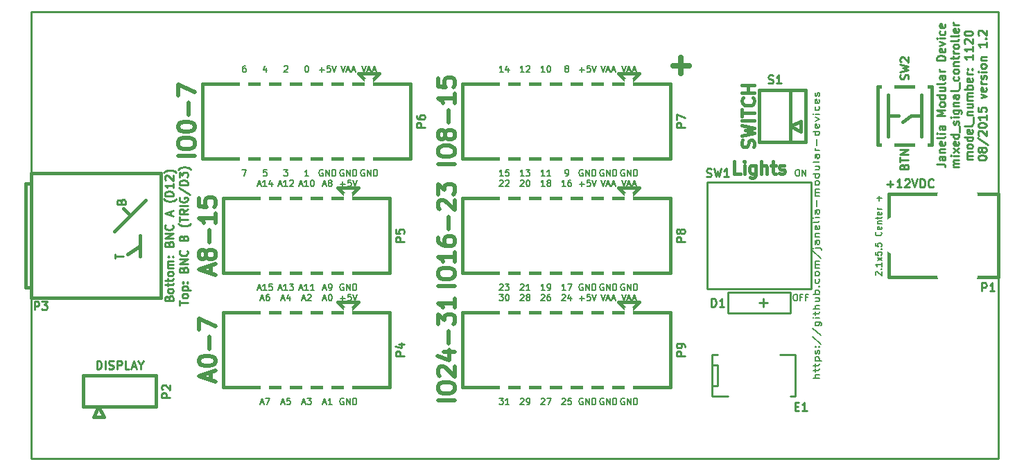
<source format=gto>
G04 #@! TF.FileFunction,Legend,Top*
%FSLAX46Y46*%
G04 Gerber Fmt 4.6, Leading zero omitted, Abs format (unit mm)*
G04 Created by KiCad (PCBNEW 0.201508100901+6080~28~ubuntu14.04.1-product) date Tue 11 Aug 2015 03:56:28 PM EDT*
%MOMM*%
G01*
G04 APERTURE LIST*
%ADD10C,0.100000*%
%ADD11C,0.508000*%
%ADD12C,0.190500*%
%ADD13C,0.381000*%
%ADD14C,0.635000*%
%ADD15C,0.228600*%
%ADD16C,0.254000*%
%ADD17R,1.590040X2.667000*%
%ADD18O,2.540000X1.854200*%
%ADD19R,2.540000X1.854200*%
%ADD20O,1.854200X2.540000*%
%ADD21R,1.854200X2.540000*%
%ADD22O,2.032000X1.524000*%
%ADD23O,5.080000X3.048000*%
%ADD24O,1.524000X2.032000*%
%ADD25C,3.937000*%
%ADD26O,1.524000X2.540000*%
%ADD27O,2.540000X1.524000*%
%ADD28C,1.930400*%
%ADD29O,4.572000X3.556000*%
%ADD30O,4.064000X5.080000*%
%ADD31O,5.080000X3.556000*%
%ADD32R,1.498600X2.997200*%
%ADD33R,1.016000X4.495800*%
%ADD34O,4.648200X3.378200*%
G04 APERTURE END LIST*
D10*
D11*
X113314238Y-93157523D02*
X111282238Y-93157523D01*
X111282238Y-91802857D02*
X111282238Y-91415809D01*
X111379000Y-91222285D01*
X111572524Y-91028762D01*
X111959571Y-90932000D01*
X112636905Y-90932000D01*
X113023952Y-91028762D01*
X113217476Y-91222285D01*
X113314238Y-91415809D01*
X113314238Y-91802857D01*
X113217476Y-91996381D01*
X113023952Y-92189904D01*
X112636905Y-92286666D01*
X111959571Y-92286666D01*
X111572524Y-92189904D01*
X111379000Y-91996381D01*
X111282238Y-91802857D01*
X111282238Y-89674095D02*
X111282238Y-89480571D01*
X111379000Y-89287047D01*
X111475762Y-89190285D01*
X111669286Y-89093523D01*
X112056333Y-88996762D01*
X112540143Y-88996762D01*
X112927190Y-89093523D01*
X113120714Y-89190285D01*
X113217476Y-89287047D01*
X113314238Y-89480571D01*
X113314238Y-89674095D01*
X113217476Y-89867619D01*
X113120714Y-89964381D01*
X112927190Y-90061142D01*
X112540143Y-90157904D01*
X112056333Y-90157904D01*
X111669286Y-90061142D01*
X111475762Y-89964381D01*
X111379000Y-89867619D01*
X111282238Y-89674095D01*
X112540143Y-88125904D02*
X112540143Y-86577714D01*
X111282238Y-85803618D02*
X111282238Y-84448952D01*
X113314238Y-85319809D01*
X145064238Y-94125142D02*
X143032238Y-94125142D01*
X143032238Y-92770476D02*
X143032238Y-92383428D01*
X143129000Y-92189904D01*
X143322524Y-91996381D01*
X143709571Y-91899619D01*
X144386905Y-91899619D01*
X144773952Y-91996381D01*
X144967476Y-92189904D01*
X145064238Y-92383428D01*
X145064238Y-92770476D01*
X144967476Y-92964000D01*
X144773952Y-93157523D01*
X144386905Y-93254285D01*
X143709571Y-93254285D01*
X143322524Y-93157523D01*
X143129000Y-92964000D01*
X143032238Y-92770476D01*
X143903095Y-90738476D02*
X143806333Y-90932000D01*
X143709571Y-91028761D01*
X143516048Y-91125523D01*
X143419286Y-91125523D01*
X143225762Y-91028761D01*
X143129000Y-90932000D01*
X143032238Y-90738476D01*
X143032238Y-90351428D01*
X143129000Y-90157904D01*
X143225762Y-90061142D01*
X143419286Y-89964381D01*
X143516048Y-89964381D01*
X143709571Y-90061142D01*
X143806333Y-90157904D01*
X143903095Y-90351428D01*
X143903095Y-90738476D01*
X143999857Y-90932000D01*
X144096619Y-91028761D01*
X144290143Y-91125523D01*
X144677190Y-91125523D01*
X144870714Y-91028761D01*
X144967476Y-90932000D01*
X145064238Y-90738476D01*
X145064238Y-90351428D01*
X144967476Y-90157904D01*
X144870714Y-90061142D01*
X144677190Y-89964381D01*
X144290143Y-89964381D01*
X144096619Y-90061142D01*
X143999857Y-90157904D01*
X143903095Y-90351428D01*
X144290143Y-89093523D02*
X144290143Y-87545333D01*
X145064238Y-85513333D02*
X145064238Y-86674475D01*
X145064238Y-86093904D02*
X143032238Y-86093904D01*
X143322524Y-86287428D01*
X143516048Y-86480952D01*
X143612810Y-86674475D01*
X143032238Y-83674856D02*
X143032238Y-84642475D01*
X143999857Y-84739237D01*
X143903095Y-84642475D01*
X143806333Y-84448952D01*
X143806333Y-83965142D01*
X143903095Y-83771618D01*
X143999857Y-83674856D01*
X144193381Y-83578095D01*
X144677190Y-83578095D01*
X144870714Y-83674856D01*
X144967476Y-83771618D01*
X145064238Y-83965142D01*
X145064238Y-84448952D01*
X144967476Y-84642475D01*
X144870714Y-84739237D01*
X145064238Y-109062761D02*
X143032238Y-109062761D01*
X143032238Y-107708095D02*
X143032238Y-107321047D01*
X143129000Y-107127523D01*
X143322524Y-106934000D01*
X143709571Y-106837238D01*
X144386905Y-106837238D01*
X144773952Y-106934000D01*
X144967476Y-107127523D01*
X145064238Y-107321047D01*
X145064238Y-107708095D01*
X144967476Y-107901619D01*
X144773952Y-108095142D01*
X144386905Y-108191904D01*
X143709571Y-108191904D01*
X143322524Y-108095142D01*
X143129000Y-107901619D01*
X143032238Y-107708095D01*
X145064238Y-104902000D02*
X145064238Y-106063142D01*
X145064238Y-105482571D02*
X143032238Y-105482571D01*
X143322524Y-105676095D01*
X143516048Y-105869619D01*
X143612810Y-106063142D01*
X143032238Y-103160285D02*
X143032238Y-103547333D01*
X143129000Y-103740857D01*
X143225762Y-103837619D01*
X143516048Y-104031142D01*
X143903095Y-104127904D01*
X144677190Y-104127904D01*
X144870714Y-104031142D01*
X144967476Y-103934381D01*
X145064238Y-103740857D01*
X145064238Y-103353809D01*
X144967476Y-103160285D01*
X144870714Y-103063523D01*
X144677190Y-102966762D01*
X144193381Y-102966762D01*
X143999857Y-103063523D01*
X143903095Y-103160285D01*
X143806333Y-103353809D01*
X143806333Y-103740857D01*
X143903095Y-103934381D01*
X143999857Y-104031142D01*
X144193381Y-104127904D01*
X144290143Y-102095904D02*
X144290143Y-100547714D01*
X143225762Y-99676856D02*
X143129000Y-99580094D01*
X143032238Y-99386571D01*
X143032238Y-98902761D01*
X143129000Y-98709237D01*
X143225762Y-98612475D01*
X143419286Y-98515714D01*
X143612810Y-98515714D01*
X143903095Y-98612475D01*
X145064238Y-99773618D01*
X145064238Y-98515714D01*
X143032238Y-97838380D02*
X143032238Y-96580476D01*
X143806333Y-97257809D01*
X143806333Y-96967523D01*
X143903095Y-96773999D01*
X143999857Y-96677237D01*
X144193381Y-96580476D01*
X144677190Y-96580476D01*
X144870714Y-96677237D01*
X144967476Y-96773999D01*
X145064238Y-96967523D01*
X145064238Y-97548095D01*
X144967476Y-97741618D01*
X144870714Y-97838380D01*
X145064238Y-123032761D02*
X143032238Y-123032761D01*
X143032238Y-121678095D02*
X143032238Y-121291047D01*
X143129000Y-121097523D01*
X143322524Y-120904000D01*
X143709571Y-120807238D01*
X144386905Y-120807238D01*
X144773952Y-120904000D01*
X144967476Y-121097523D01*
X145064238Y-121291047D01*
X145064238Y-121678095D01*
X144967476Y-121871619D01*
X144773952Y-122065142D01*
X144386905Y-122161904D01*
X143709571Y-122161904D01*
X143322524Y-122065142D01*
X143129000Y-121871619D01*
X143032238Y-121678095D01*
X143225762Y-120033142D02*
X143129000Y-119936380D01*
X143032238Y-119742857D01*
X143032238Y-119259047D01*
X143129000Y-119065523D01*
X143225762Y-118968761D01*
X143419286Y-118872000D01*
X143612810Y-118872000D01*
X143903095Y-118968761D01*
X145064238Y-120129904D01*
X145064238Y-118872000D01*
X143709571Y-117130285D02*
X145064238Y-117130285D01*
X142935476Y-117614095D02*
X144386905Y-118097904D01*
X144386905Y-116840000D01*
X144290143Y-116065904D02*
X144290143Y-114517714D01*
X143032238Y-113743618D02*
X143032238Y-112485714D01*
X143806333Y-113163047D01*
X143806333Y-112872761D01*
X143903095Y-112679237D01*
X143999857Y-112582475D01*
X144193381Y-112485714D01*
X144677190Y-112485714D01*
X144870714Y-112582475D01*
X144967476Y-112679237D01*
X145064238Y-112872761D01*
X145064238Y-113453333D01*
X144967476Y-113646856D01*
X144870714Y-113743618D01*
X145064238Y-110550476D02*
X145064238Y-111711618D01*
X145064238Y-111131047D02*
X143032238Y-111131047D01*
X143322524Y-111324571D01*
X143516048Y-111518095D01*
X143612810Y-111711618D01*
X115273667Y-107514571D02*
X115273667Y-106546952D01*
X115854238Y-107708095D02*
X113822238Y-107030762D01*
X115854238Y-106353429D01*
X114693095Y-105385810D02*
X114596333Y-105579334D01*
X114499571Y-105676095D01*
X114306048Y-105772857D01*
X114209286Y-105772857D01*
X114015762Y-105676095D01*
X113919000Y-105579334D01*
X113822238Y-105385810D01*
X113822238Y-104998762D01*
X113919000Y-104805238D01*
X114015762Y-104708476D01*
X114209286Y-104611715D01*
X114306048Y-104611715D01*
X114499571Y-104708476D01*
X114596333Y-104805238D01*
X114693095Y-104998762D01*
X114693095Y-105385810D01*
X114789857Y-105579334D01*
X114886619Y-105676095D01*
X115080143Y-105772857D01*
X115467190Y-105772857D01*
X115660714Y-105676095D01*
X115757476Y-105579334D01*
X115854238Y-105385810D01*
X115854238Y-104998762D01*
X115757476Y-104805238D01*
X115660714Y-104708476D01*
X115467190Y-104611715D01*
X115080143Y-104611715D01*
X114886619Y-104708476D01*
X114789857Y-104805238D01*
X114693095Y-104998762D01*
X115080143Y-103740857D02*
X115080143Y-102192667D01*
X115854238Y-100160667D02*
X115854238Y-101321809D01*
X115854238Y-100741238D02*
X113822238Y-100741238D01*
X114112524Y-100934762D01*
X114306048Y-101128286D01*
X114402810Y-101321809D01*
X113822238Y-98322190D02*
X113822238Y-99289809D01*
X114789857Y-99386571D01*
X114693095Y-99289809D01*
X114596333Y-99096286D01*
X114596333Y-98612476D01*
X114693095Y-98418952D01*
X114789857Y-98322190D01*
X114983381Y-98225429D01*
X115467190Y-98225429D01*
X115660714Y-98322190D01*
X115757476Y-98418952D01*
X115854238Y-98612476D01*
X115854238Y-99096286D01*
X115757476Y-99289809D01*
X115660714Y-99386571D01*
X115273667Y-120516952D02*
X115273667Y-119549333D01*
X115854238Y-120710476D02*
X113822238Y-120033143D01*
X115854238Y-119355810D01*
X113822238Y-118291429D02*
X113822238Y-118097905D01*
X113919000Y-117904381D01*
X114015762Y-117807619D01*
X114209286Y-117710857D01*
X114596333Y-117614096D01*
X115080143Y-117614096D01*
X115467190Y-117710857D01*
X115660714Y-117807619D01*
X115757476Y-117904381D01*
X115854238Y-118097905D01*
X115854238Y-118291429D01*
X115757476Y-118484953D01*
X115660714Y-118581715D01*
X115467190Y-118678476D01*
X115080143Y-118775238D01*
X114596333Y-118775238D01*
X114209286Y-118678476D01*
X114015762Y-118581715D01*
X113919000Y-118484953D01*
X113822238Y-118291429D01*
X115080143Y-116743238D02*
X115080143Y-115195048D01*
X113822238Y-114420952D02*
X113822238Y-113066286D01*
X115854238Y-113937143D01*
D12*
X196505286Y-107732285D02*
X196469000Y-107695999D01*
X196432714Y-107623428D01*
X196432714Y-107441999D01*
X196469000Y-107369428D01*
X196505286Y-107333142D01*
X196577857Y-107296857D01*
X196650429Y-107296857D01*
X196759286Y-107333142D01*
X197194714Y-107768571D01*
X197194714Y-107296857D01*
X197122143Y-106970285D02*
X197158429Y-106934000D01*
X197194714Y-106970285D01*
X197158429Y-107006571D01*
X197122143Y-106970285D01*
X197194714Y-106970285D01*
X197194714Y-106208286D02*
X197194714Y-106643714D01*
X197194714Y-106426000D02*
X196432714Y-106426000D01*
X196541571Y-106498571D01*
X196614143Y-106571143D01*
X196650429Y-106643714D01*
X197194714Y-105954286D02*
X196686714Y-105555143D01*
X196686714Y-105954286D02*
X197194714Y-105555143D01*
X196432714Y-104902000D02*
X196432714Y-105264857D01*
X196795571Y-105301143D01*
X196759286Y-105264857D01*
X196723000Y-105192286D01*
X196723000Y-105010857D01*
X196759286Y-104938286D01*
X196795571Y-104902000D01*
X196868143Y-104865715D01*
X197049571Y-104865715D01*
X197122143Y-104902000D01*
X197158429Y-104938286D01*
X197194714Y-105010857D01*
X197194714Y-105192286D01*
X197158429Y-105264857D01*
X197122143Y-105301143D01*
X197122143Y-104539143D02*
X197158429Y-104502858D01*
X197194714Y-104539143D01*
X197158429Y-104575429D01*
X197122143Y-104539143D01*
X197194714Y-104539143D01*
X196432714Y-103813429D02*
X196432714Y-104176286D01*
X196795571Y-104212572D01*
X196759286Y-104176286D01*
X196723000Y-104103715D01*
X196723000Y-103922286D01*
X196759286Y-103849715D01*
X196795571Y-103813429D01*
X196868143Y-103777144D01*
X197049571Y-103777144D01*
X197122143Y-103813429D01*
X197158429Y-103849715D01*
X197194714Y-103922286D01*
X197194714Y-104103715D01*
X197158429Y-104176286D01*
X197122143Y-104212572D01*
X197122143Y-102434573D02*
X197158429Y-102470859D01*
X197194714Y-102579716D01*
X197194714Y-102652287D01*
X197158429Y-102761144D01*
X197085857Y-102833716D01*
X197013286Y-102870001D01*
X196868143Y-102906287D01*
X196759286Y-102906287D01*
X196614143Y-102870001D01*
X196541571Y-102833716D01*
X196469000Y-102761144D01*
X196432714Y-102652287D01*
X196432714Y-102579716D01*
X196469000Y-102470859D01*
X196505286Y-102434573D01*
X197158429Y-101817716D02*
X197194714Y-101890287D01*
X197194714Y-102035430D01*
X197158429Y-102108001D01*
X197085857Y-102144287D01*
X196795571Y-102144287D01*
X196723000Y-102108001D01*
X196686714Y-102035430D01*
X196686714Y-101890287D01*
X196723000Y-101817716D01*
X196795571Y-101781430D01*
X196868143Y-101781430D01*
X196940714Y-102144287D01*
X196686714Y-101454858D02*
X197194714Y-101454858D01*
X196759286Y-101454858D02*
X196723000Y-101418573D01*
X196686714Y-101346001D01*
X196686714Y-101237144D01*
X196723000Y-101164573D01*
X196795571Y-101128287D01*
X197194714Y-101128287D01*
X196686714Y-100874287D02*
X196686714Y-100584001D01*
X196432714Y-100765429D02*
X197085857Y-100765429D01*
X197158429Y-100729144D01*
X197194714Y-100656572D01*
X197194714Y-100584001D01*
X197158429Y-100039715D02*
X197194714Y-100112286D01*
X197194714Y-100257429D01*
X197158429Y-100330000D01*
X197085857Y-100366286D01*
X196795571Y-100366286D01*
X196723000Y-100330000D01*
X196686714Y-100257429D01*
X196686714Y-100112286D01*
X196723000Y-100039715D01*
X196795571Y-100003429D01*
X196868143Y-100003429D01*
X196940714Y-100366286D01*
X197194714Y-99676857D02*
X196686714Y-99676857D01*
X196831857Y-99676857D02*
X196759286Y-99640572D01*
X196723000Y-99604286D01*
X196686714Y-99531715D01*
X196686714Y-99459143D01*
X196904429Y-98624572D02*
X196904429Y-98044001D01*
X197194714Y-98334287D02*
X196614143Y-98334287D01*
X158169429Y-122845286D02*
X158205715Y-122809000D01*
X158278286Y-122772714D01*
X158459715Y-122772714D01*
X158532286Y-122809000D01*
X158568572Y-122845286D01*
X158604857Y-122917857D01*
X158604857Y-122990429D01*
X158568572Y-123099286D01*
X158133143Y-123534714D01*
X158604857Y-123534714D01*
X159294286Y-122772714D02*
X158931429Y-122772714D01*
X158895143Y-123135571D01*
X158931429Y-123099286D01*
X159004000Y-123063000D01*
X159185429Y-123063000D01*
X159258000Y-123099286D01*
X159294286Y-123135571D01*
X159330571Y-123208143D01*
X159330571Y-123389571D01*
X159294286Y-123462143D01*
X159258000Y-123498429D01*
X159185429Y-123534714D01*
X159004000Y-123534714D01*
X158931429Y-123498429D01*
X158895143Y-123462143D01*
X155629429Y-122845286D02*
X155665715Y-122809000D01*
X155738286Y-122772714D01*
X155919715Y-122772714D01*
X155992286Y-122809000D01*
X156028572Y-122845286D01*
X156064857Y-122917857D01*
X156064857Y-122990429D01*
X156028572Y-123099286D01*
X155593143Y-123534714D01*
X156064857Y-123534714D01*
X156318857Y-122772714D02*
X156826857Y-122772714D01*
X156500286Y-123534714D01*
X153089429Y-122845286D02*
X153125715Y-122809000D01*
X153198286Y-122772714D01*
X153379715Y-122772714D01*
X153452286Y-122809000D01*
X153488572Y-122845286D01*
X153524857Y-122917857D01*
X153524857Y-122990429D01*
X153488572Y-123099286D01*
X153053143Y-123534714D01*
X153524857Y-123534714D01*
X153887714Y-123534714D02*
X154032857Y-123534714D01*
X154105429Y-123498429D01*
X154141714Y-123462143D01*
X154214286Y-123353286D01*
X154250571Y-123208143D01*
X154250571Y-122917857D01*
X154214286Y-122845286D01*
X154178000Y-122809000D01*
X154105429Y-122772714D01*
X153960286Y-122772714D01*
X153887714Y-122809000D01*
X153851429Y-122845286D01*
X153815143Y-122917857D01*
X153815143Y-123099286D01*
X153851429Y-123171857D01*
X153887714Y-123208143D01*
X153960286Y-123244429D01*
X154105429Y-123244429D01*
X154178000Y-123208143D01*
X154214286Y-123171857D01*
X154250571Y-123099286D01*
X150513143Y-122772714D02*
X150984857Y-122772714D01*
X150730857Y-123063000D01*
X150839715Y-123063000D01*
X150912286Y-123099286D01*
X150948572Y-123135571D01*
X150984857Y-123208143D01*
X150984857Y-123389571D01*
X150948572Y-123462143D01*
X150912286Y-123498429D01*
X150839715Y-123534714D01*
X150622000Y-123534714D01*
X150549429Y-123498429D01*
X150513143Y-123462143D01*
X151710571Y-123534714D02*
X151275143Y-123534714D01*
X151492857Y-123534714D02*
X151492857Y-122772714D01*
X151420286Y-122881571D01*
X151347714Y-122954143D01*
X151275143Y-122990429D01*
X158169429Y-110145286D02*
X158205715Y-110109000D01*
X158278286Y-110072714D01*
X158459715Y-110072714D01*
X158532286Y-110109000D01*
X158568572Y-110145286D01*
X158604857Y-110217857D01*
X158604857Y-110290429D01*
X158568572Y-110399286D01*
X158133143Y-110834714D01*
X158604857Y-110834714D01*
X159258000Y-110326714D02*
X159258000Y-110834714D01*
X159076571Y-110036429D02*
X158895143Y-110580714D01*
X159366857Y-110580714D01*
X155629429Y-110145286D02*
X155665715Y-110109000D01*
X155738286Y-110072714D01*
X155919715Y-110072714D01*
X155992286Y-110109000D01*
X156028572Y-110145286D01*
X156064857Y-110217857D01*
X156064857Y-110290429D01*
X156028572Y-110399286D01*
X155593143Y-110834714D01*
X156064857Y-110834714D01*
X156718000Y-110072714D02*
X156572857Y-110072714D01*
X156500286Y-110109000D01*
X156464000Y-110145286D01*
X156391429Y-110254143D01*
X156355143Y-110399286D01*
X156355143Y-110689571D01*
X156391429Y-110762143D01*
X156427714Y-110798429D01*
X156500286Y-110834714D01*
X156645429Y-110834714D01*
X156718000Y-110798429D01*
X156754286Y-110762143D01*
X156790571Y-110689571D01*
X156790571Y-110508143D01*
X156754286Y-110435571D01*
X156718000Y-110399286D01*
X156645429Y-110363000D01*
X156500286Y-110363000D01*
X156427714Y-110399286D01*
X156391429Y-110435571D01*
X156355143Y-110508143D01*
X153089429Y-110145286D02*
X153125715Y-110109000D01*
X153198286Y-110072714D01*
X153379715Y-110072714D01*
X153452286Y-110109000D01*
X153488572Y-110145286D01*
X153524857Y-110217857D01*
X153524857Y-110290429D01*
X153488572Y-110399286D01*
X153053143Y-110834714D01*
X153524857Y-110834714D01*
X153960286Y-110399286D02*
X153887714Y-110363000D01*
X153851429Y-110326714D01*
X153815143Y-110254143D01*
X153815143Y-110217857D01*
X153851429Y-110145286D01*
X153887714Y-110109000D01*
X153960286Y-110072714D01*
X154105429Y-110072714D01*
X154178000Y-110109000D01*
X154214286Y-110145286D01*
X154250571Y-110217857D01*
X154250571Y-110254143D01*
X154214286Y-110326714D01*
X154178000Y-110363000D01*
X154105429Y-110399286D01*
X153960286Y-110399286D01*
X153887714Y-110435571D01*
X153851429Y-110471857D01*
X153815143Y-110544429D01*
X153815143Y-110689571D01*
X153851429Y-110762143D01*
X153887714Y-110798429D01*
X153960286Y-110834714D01*
X154105429Y-110834714D01*
X154178000Y-110798429D01*
X154214286Y-110762143D01*
X154250571Y-110689571D01*
X154250571Y-110544429D01*
X154214286Y-110471857D01*
X154178000Y-110435571D01*
X154105429Y-110399286D01*
X150513143Y-110072714D02*
X150984857Y-110072714D01*
X150730857Y-110363000D01*
X150839715Y-110363000D01*
X150912286Y-110399286D01*
X150948572Y-110435571D01*
X150984857Y-110508143D01*
X150984857Y-110689571D01*
X150948572Y-110762143D01*
X150912286Y-110798429D01*
X150839715Y-110834714D01*
X150622000Y-110834714D01*
X150549429Y-110798429D01*
X150513143Y-110762143D01*
X151456571Y-110072714D02*
X151529143Y-110072714D01*
X151601714Y-110109000D01*
X151638000Y-110145286D01*
X151674286Y-110217857D01*
X151710571Y-110363000D01*
X151710571Y-110544429D01*
X151674286Y-110689571D01*
X151638000Y-110762143D01*
X151601714Y-110798429D01*
X151529143Y-110834714D01*
X151456571Y-110834714D01*
X151384000Y-110798429D01*
X151347714Y-110762143D01*
X151311429Y-110689571D01*
X151275143Y-110544429D01*
X151275143Y-110363000D01*
X151311429Y-110217857D01*
X151347714Y-110145286D01*
X151384000Y-110109000D01*
X151456571Y-110072714D01*
X158604857Y-109564714D02*
X158169429Y-109564714D01*
X158387143Y-109564714D02*
X158387143Y-108802714D01*
X158314572Y-108911571D01*
X158242000Y-108984143D01*
X158169429Y-109020429D01*
X158858857Y-108802714D02*
X159366857Y-108802714D01*
X159040286Y-109564714D01*
X156064857Y-109564714D02*
X155629429Y-109564714D01*
X155847143Y-109564714D02*
X155847143Y-108802714D01*
X155774572Y-108911571D01*
X155702000Y-108984143D01*
X155629429Y-109020429D01*
X156427714Y-109564714D02*
X156572857Y-109564714D01*
X156645429Y-109528429D01*
X156681714Y-109492143D01*
X156754286Y-109383286D01*
X156790571Y-109238143D01*
X156790571Y-108947857D01*
X156754286Y-108875286D01*
X156718000Y-108839000D01*
X156645429Y-108802714D01*
X156500286Y-108802714D01*
X156427714Y-108839000D01*
X156391429Y-108875286D01*
X156355143Y-108947857D01*
X156355143Y-109129286D01*
X156391429Y-109201857D01*
X156427714Y-109238143D01*
X156500286Y-109274429D01*
X156645429Y-109274429D01*
X156718000Y-109238143D01*
X156754286Y-109201857D01*
X156790571Y-109129286D01*
X153089429Y-108875286D02*
X153125715Y-108839000D01*
X153198286Y-108802714D01*
X153379715Y-108802714D01*
X153452286Y-108839000D01*
X153488572Y-108875286D01*
X153524857Y-108947857D01*
X153524857Y-109020429D01*
X153488572Y-109129286D01*
X153053143Y-109564714D01*
X153524857Y-109564714D01*
X154250571Y-109564714D02*
X153815143Y-109564714D01*
X154032857Y-109564714D02*
X154032857Y-108802714D01*
X153960286Y-108911571D01*
X153887714Y-108984143D01*
X153815143Y-109020429D01*
X150549429Y-108875286D02*
X150585715Y-108839000D01*
X150658286Y-108802714D01*
X150839715Y-108802714D01*
X150912286Y-108839000D01*
X150948572Y-108875286D01*
X150984857Y-108947857D01*
X150984857Y-109020429D01*
X150948572Y-109129286D01*
X150513143Y-109564714D01*
X150984857Y-109564714D01*
X151238857Y-108802714D02*
X151710571Y-108802714D01*
X151456571Y-109093000D01*
X151565429Y-109093000D01*
X151638000Y-109129286D01*
X151674286Y-109165571D01*
X151710571Y-109238143D01*
X151710571Y-109419571D01*
X151674286Y-109492143D01*
X151638000Y-109528429D01*
X151565429Y-109564714D01*
X151347714Y-109564714D01*
X151275143Y-109528429D01*
X151238857Y-109492143D01*
X158604857Y-96864714D02*
X158169429Y-96864714D01*
X158387143Y-96864714D02*
X158387143Y-96102714D01*
X158314572Y-96211571D01*
X158242000Y-96284143D01*
X158169429Y-96320429D01*
X159258000Y-96102714D02*
X159112857Y-96102714D01*
X159040286Y-96139000D01*
X159004000Y-96175286D01*
X158931429Y-96284143D01*
X158895143Y-96429286D01*
X158895143Y-96719571D01*
X158931429Y-96792143D01*
X158967714Y-96828429D01*
X159040286Y-96864714D01*
X159185429Y-96864714D01*
X159258000Y-96828429D01*
X159294286Y-96792143D01*
X159330571Y-96719571D01*
X159330571Y-96538143D01*
X159294286Y-96465571D01*
X159258000Y-96429286D01*
X159185429Y-96393000D01*
X159040286Y-96393000D01*
X158967714Y-96429286D01*
X158931429Y-96465571D01*
X158895143Y-96538143D01*
X156064857Y-96864714D02*
X155629429Y-96864714D01*
X155847143Y-96864714D02*
X155847143Y-96102714D01*
X155774572Y-96211571D01*
X155702000Y-96284143D01*
X155629429Y-96320429D01*
X156500286Y-96429286D02*
X156427714Y-96393000D01*
X156391429Y-96356714D01*
X156355143Y-96284143D01*
X156355143Y-96247857D01*
X156391429Y-96175286D01*
X156427714Y-96139000D01*
X156500286Y-96102714D01*
X156645429Y-96102714D01*
X156718000Y-96139000D01*
X156754286Y-96175286D01*
X156790571Y-96247857D01*
X156790571Y-96284143D01*
X156754286Y-96356714D01*
X156718000Y-96393000D01*
X156645429Y-96429286D01*
X156500286Y-96429286D01*
X156427714Y-96465571D01*
X156391429Y-96501857D01*
X156355143Y-96574429D01*
X156355143Y-96719571D01*
X156391429Y-96792143D01*
X156427714Y-96828429D01*
X156500286Y-96864714D01*
X156645429Y-96864714D01*
X156718000Y-96828429D01*
X156754286Y-96792143D01*
X156790571Y-96719571D01*
X156790571Y-96574429D01*
X156754286Y-96501857D01*
X156718000Y-96465571D01*
X156645429Y-96429286D01*
X153089429Y-96175286D02*
X153125715Y-96139000D01*
X153198286Y-96102714D01*
X153379715Y-96102714D01*
X153452286Y-96139000D01*
X153488572Y-96175286D01*
X153524857Y-96247857D01*
X153524857Y-96320429D01*
X153488572Y-96429286D01*
X153053143Y-96864714D01*
X153524857Y-96864714D01*
X153996571Y-96102714D02*
X154069143Y-96102714D01*
X154141714Y-96139000D01*
X154178000Y-96175286D01*
X154214286Y-96247857D01*
X154250571Y-96393000D01*
X154250571Y-96574429D01*
X154214286Y-96719571D01*
X154178000Y-96792143D01*
X154141714Y-96828429D01*
X154069143Y-96864714D01*
X153996571Y-96864714D01*
X153924000Y-96828429D01*
X153887714Y-96792143D01*
X153851429Y-96719571D01*
X153815143Y-96574429D01*
X153815143Y-96393000D01*
X153851429Y-96247857D01*
X153887714Y-96175286D01*
X153924000Y-96139000D01*
X153996571Y-96102714D01*
X150549429Y-96175286D02*
X150585715Y-96139000D01*
X150658286Y-96102714D01*
X150839715Y-96102714D01*
X150912286Y-96139000D01*
X150948572Y-96175286D01*
X150984857Y-96247857D01*
X150984857Y-96320429D01*
X150948572Y-96429286D01*
X150513143Y-96864714D01*
X150984857Y-96864714D01*
X151275143Y-96175286D02*
X151311429Y-96139000D01*
X151384000Y-96102714D01*
X151565429Y-96102714D01*
X151638000Y-96139000D01*
X151674286Y-96175286D01*
X151710571Y-96247857D01*
X151710571Y-96320429D01*
X151674286Y-96429286D01*
X151238857Y-96864714D01*
X151710571Y-96864714D01*
X158677429Y-82459286D02*
X158604857Y-82423000D01*
X158568572Y-82386714D01*
X158532286Y-82314143D01*
X158532286Y-82277857D01*
X158568572Y-82205286D01*
X158604857Y-82169000D01*
X158677429Y-82132714D01*
X158822572Y-82132714D01*
X158895143Y-82169000D01*
X158931429Y-82205286D01*
X158967714Y-82277857D01*
X158967714Y-82314143D01*
X158931429Y-82386714D01*
X158895143Y-82423000D01*
X158822572Y-82459286D01*
X158677429Y-82459286D01*
X158604857Y-82495571D01*
X158568572Y-82531857D01*
X158532286Y-82604429D01*
X158532286Y-82749571D01*
X158568572Y-82822143D01*
X158604857Y-82858429D01*
X158677429Y-82894714D01*
X158822572Y-82894714D01*
X158895143Y-82858429D01*
X158931429Y-82822143D01*
X158967714Y-82749571D01*
X158967714Y-82604429D01*
X158931429Y-82531857D01*
X158895143Y-82495571D01*
X158822572Y-82459286D01*
X156064857Y-82894714D02*
X155629429Y-82894714D01*
X155847143Y-82894714D02*
X155847143Y-82132714D01*
X155774572Y-82241571D01*
X155702000Y-82314143D01*
X155629429Y-82350429D01*
X156536571Y-82132714D02*
X156609143Y-82132714D01*
X156681714Y-82169000D01*
X156718000Y-82205286D01*
X156754286Y-82277857D01*
X156790571Y-82423000D01*
X156790571Y-82604429D01*
X156754286Y-82749571D01*
X156718000Y-82822143D01*
X156681714Y-82858429D01*
X156609143Y-82894714D01*
X156536571Y-82894714D01*
X156464000Y-82858429D01*
X156427714Y-82822143D01*
X156391429Y-82749571D01*
X156355143Y-82604429D01*
X156355143Y-82423000D01*
X156391429Y-82277857D01*
X156427714Y-82205286D01*
X156464000Y-82169000D01*
X156536571Y-82132714D01*
X153524857Y-82894714D02*
X153089429Y-82894714D01*
X153307143Y-82894714D02*
X153307143Y-82132714D01*
X153234572Y-82241571D01*
X153162000Y-82314143D01*
X153089429Y-82350429D01*
X153815143Y-82205286D02*
X153851429Y-82169000D01*
X153924000Y-82132714D01*
X154105429Y-82132714D01*
X154178000Y-82169000D01*
X154214286Y-82205286D01*
X154250571Y-82277857D01*
X154250571Y-82350429D01*
X154214286Y-82459286D01*
X153778857Y-82894714D01*
X154250571Y-82894714D01*
X150984857Y-82894714D02*
X150549429Y-82894714D01*
X150767143Y-82894714D02*
X150767143Y-82132714D01*
X150694572Y-82241571D01*
X150622000Y-82314143D01*
X150549429Y-82350429D01*
X151638000Y-82386714D02*
X151638000Y-82894714D01*
X151456571Y-82096429D02*
X151275143Y-82640714D01*
X151746857Y-82640714D01*
X158604857Y-95594714D02*
X158750000Y-95594714D01*
X158822572Y-95558429D01*
X158858857Y-95522143D01*
X158931429Y-95413286D01*
X158967714Y-95268143D01*
X158967714Y-94977857D01*
X158931429Y-94905286D01*
X158895143Y-94869000D01*
X158822572Y-94832714D01*
X158677429Y-94832714D01*
X158604857Y-94869000D01*
X158568572Y-94905286D01*
X158532286Y-94977857D01*
X158532286Y-95159286D01*
X158568572Y-95231857D01*
X158604857Y-95268143D01*
X158677429Y-95304429D01*
X158822572Y-95304429D01*
X158895143Y-95268143D01*
X158931429Y-95231857D01*
X158967714Y-95159286D01*
X156064857Y-95594714D02*
X155629429Y-95594714D01*
X155847143Y-95594714D02*
X155847143Y-94832714D01*
X155774572Y-94941571D01*
X155702000Y-95014143D01*
X155629429Y-95050429D01*
X156790571Y-95594714D02*
X156355143Y-95594714D01*
X156572857Y-95594714D02*
X156572857Y-94832714D01*
X156500286Y-94941571D01*
X156427714Y-95014143D01*
X156355143Y-95050429D01*
X153524857Y-95594714D02*
X153089429Y-95594714D01*
X153307143Y-95594714D02*
X153307143Y-94832714D01*
X153234572Y-94941571D01*
X153162000Y-95014143D01*
X153089429Y-95050429D01*
X153778857Y-94832714D02*
X154250571Y-94832714D01*
X153996571Y-95123000D01*
X154105429Y-95123000D01*
X154178000Y-95159286D01*
X154214286Y-95195571D01*
X154250571Y-95268143D01*
X154250571Y-95449571D01*
X154214286Y-95522143D01*
X154178000Y-95558429D01*
X154105429Y-95594714D01*
X153887714Y-95594714D01*
X153815143Y-95558429D01*
X153778857Y-95522143D01*
X150984857Y-95594714D02*
X150549429Y-95594714D01*
X150767143Y-95594714D02*
X150767143Y-94832714D01*
X150694572Y-94941571D01*
X150622000Y-95014143D01*
X150549429Y-95050429D01*
X151674286Y-94832714D02*
X151311429Y-94832714D01*
X151275143Y-95195571D01*
X151311429Y-95159286D01*
X151384000Y-95123000D01*
X151565429Y-95123000D01*
X151638000Y-95159286D01*
X151674286Y-95195571D01*
X151710571Y-95268143D01*
X151710571Y-95449571D01*
X151674286Y-95522143D01*
X151638000Y-95558429D01*
X151565429Y-95594714D01*
X151384000Y-95594714D01*
X151311429Y-95558429D01*
X151275143Y-95522143D01*
X165789428Y-122809000D02*
X165716857Y-122772714D01*
X165608000Y-122772714D01*
X165499143Y-122809000D01*
X165426571Y-122881571D01*
X165390286Y-122954143D01*
X165354000Y-123099286D01*
X165354000Y-123208143D01*
X165390286Y-123353286D01*
X165426571Y-123425857D01*
X165499143Y-123498429D01*
X165608000Y-123534714D01*
X165680571Y-123534714D01*
X165789428Y-123498429D01*
X165825714Y-123462143D01*
X165825714Y-123208143D01*
X165680571Y-123208143D01*
X166152286Y-123534714D02*
X166152286Y-122772714D01*
X166587714Y-123534714D01*
X166587714Y-122772714D01*
X166950572Y-123534714D02*
X166950572Y-122772714D01*
X167132000Y-122772714D01*
X167240857Y-122809000D01*
X167313429Y-122881571D01*
X167349714Y-122954143D01*
X167386000Y-123099286D01*
X167386000Y-123208143D01*
X167349714Y-123353286D01*
X167313429Y-123425857D01*
X167240857Y-123498429D01*
X167132000Y-123534714D01*
X166950572Y-123534714D01*
X163249428Y-122809000D02*
X163176857Y-122772714D01*
X163068000Y-122772714D01*
X162959143Y-122809000D01*
X162886571Y-122881571D01*
X162850286Y-122954143D01*
X162814000Y-123099286D01*
X162814000Y-123208143D01*
X162850286Y-123353286D01*
X162886571Y-123425857D01*
X162959143Y-123498429D01*
X163068000Y-123534714D01*
X163140571Y-123534714D01*
X163249428Y-123498429D01*
X163285714Y-123462143D01*
X163285714Y-123208143D01*
X163140571Y-123208143D01*
X163612286Y-123534714D02*
X163612286Y-122772714D01*
X164047714Y-123534714D01*
X164047714Y-122772714D01*
X164410572Y-123534714D02*
X164410572Y-122772714D01*
X164592000Y-122772714D01*
X164700857Y-122809000D01*
X164773429Y-122881571D01*
X164809714Y-122954143D01*
X164846000Y-123099286D01*
X164846000Y-123208143D01*
X164809714Y-123353286D01*
X164773429Y-123425857D01*
X164700857Y-123498429D01*
X164592000Y-123534714D01*
X164410572Y-123534714D01*
X160709428Y-122809000D02*
X160636857Y-122772714D01*
X160528000Y-122772714D01*
X160419143Y-122809000D01*
X160346571Y-122881571D01*
X160310286Y-122954143D01*
X160274000Y-123099286D01*
X160274000Y-123208143D01*
X160310286Y-123353286D01*
X160346571Y-123425857D01*
X160419143Y-123498429D01*
X160528000Y-123534714D01*
X160600571Y-123534714D01*
X160709428Y-123498429D01*
X160745714Y-123462143D01*
X160745714Y-123208143D01*
X160600571Y-123208143D01*
X161072286Y-123534714D02*
X161072286Y-122772714D01*
X161507714Y-123534714D01*
X161507714Y-122772714D01*
X161870572Y-123534714D02*
X161870572Y-122772714D01*
X162052000Y-122772714D01*
X162160857Y-122809000D01*
X162233429Y-122881571D01*
X162269714Y-122954143D01*
X162306000Y-123099286D01*
X162306000Y-123208143D01*
X162269714Y-123353286D01*
X162233429Y-123425857D01*
X162160857Y-123498429D01*
X162052000Y-123534714D01*
X161870572Y-123534714D01*
X165789428Y-108839000D02*
X165716857Y-108802714D01*
X165608000Y-108802714D01*
X165499143Y-108839000D01*
X165426571Y-108911571D01*
X165390286Y-108984143D01*
X165354000Y-109129286D01*
X165354000Y-109238143D01*
X165390286Y-109383286D01*
X165426571Y-109455857D01*
X165499143Y-109528429D01*
X165608000Y-109564714D01*
X165680571Y-109564714D01*
X165789428Y-109528429D01*
X165825714Y-109492143D01*
X165825714Y-109238143D01*
X165680571Y-109238143D01*
X166152286Y-109564714D02*
X166152286Y-108802714D01*
X166587714Y-109564714D01*
X166587714Y-108802714D01*
X166950572Y-109564714D02*
X166950572Y-108802714D01*
X167132000Y-108802714D01*
X167240857Y-108839000D01*
X167313429Y-108911571D01*
X167349714Y-108984143D01*
X167386000Y-109129286D01*
X167386000Y-109238143D01*
X167349714Y-109383286D01*
X167313429Y-109455857D01*
X167240857Y-109528429D01*
X167132000Y-109564714D01*
X166950572Y-109564714D01*
X163249428Y-108839000D02*
X163176857Y-108802714D01*
X163068000Y-108802714D01*
X162959143Y-108839000D01*
X162886571Y-108911571D01*
X162850286Y-108984143D01*
X162814000Y-109129286D01*
X162814000Y-109238143D01*
X162850286Y-109383286D01*
X162886571Y-109455857D01*
X162959143Y-109528429D01*
X163068000Y-109564714D01*
X163140571Y-109564714D01*
X163249428Y-109528429D01*
X163285714Y-109492143D01*
X163285714Y-109238143D01*
X163140571Y-109238143D01*
X163612286Y-109564714D02*
X163612286Y-108802714D01*
X164047714Y-109564714D01*
X164047714Y-108802714D01*
X164410572Y-109564714D02*
X164410572Y-108802714D01*
X164592000Y-108802714D01*
X164700857Y-108839000D01*
X164773429Y-108911571D01*
X164809714Y-108984143D01*
X164846000Y-109129286D01*
X164846000Y-109238143D01*
X164809714Y-109383286D01*
X164773429Y-109455857D01*
X164700857Y-109528429D01*
X164592000Y-109564714D01*
X164410572Y-109564714D01*
X160709428Y-108839000D02*
X160636857Y-108802714D01*
X160528000Y-108802714D01*
X160419143Y-108839000D01*
X160346571Y-108911571D01*
X160310286Y-108984143D01*
X160274000Y-109129286D01*
X160274000Y-109238143D01*
X160310286Y-109383286D01*
X160346571Y-109455857D01*
X160419143Y-109528429D01*
X160528000Y-109564714D01*
X160600571Y-109564714D01*
X160709428Y-109528429D01*
X160745714Y-109492143D01*
X160745714Y-109238143D01*
X160600571Y-109238143D01*
X161072286Y-109564714D02*
X161072286Y-108802714D01*
X161507714Y-109564714D01*
X161507714Y-108802714D01*
X161870572Y-109564714D02*
X161870572Y-108802714D01*
X162052000Y-108802714D01*
X162160857Y-108839000D01*
X162233429Y-108911571D01*
X162269714Y-108984143D01*
X162306000Y-109129286D01*
X162306000Y-109238143D01*
X162269714Y-109383286D01*
X162233429Y-109455857D01*
X162160857Y-109528429D01*
X162052000Y-109564714D01*
X161870572Y-109564714D01*
X165789428Y-94869000D02*
X165716857Y-94832714D01*
X165608000Y-94832714D01*
X165499143Y-94869000D01*
X165426571Y-94941571D01*
X165390286Y-95014143D01*
X165354000Y-95159286D01*
X165354000Y-95268143D01*
X165390286Y-95413286D01*
X165426571Y-95485857D01*
X165499143Y-95558429D01*
X165608000Y-95594714D01*
X165680571Y-95594714D01*
X165789428Y-95558429D01*
X165825714Y-95522143D01*
X165825714Y-95268143D01*
X165680571Y-95268143D01*
X166152286Y-95594714D02*
X166152286Y-94832714D01*
X166587714Y-95594714D01*
X166587714Y-94832714D01*
X166950572Y-95594714D02*
X166950572Y-94832714D01*
X167132000Y-94832714D01*
X167240857Y-94869000D01*
X167313429Y-94941571D01*
X167349714Y-95014143D01*
X167386000Y-95159286D01*
X167386000Y-95268143D01*
X167349714Y-95413286D01*
X167313429Y-95485857D01*
X167240857Y-95558429D01*
X167132000Y-95594714D01*
X166950572Y-95594714D01*
X163249428Y-94869000D02*
X163176857Y-94832714D01*
X163068000Y-94832714D01*
X162959143Y-94869000D01*
X162886571Y-94941571D01*
X162850286Y-95014143D01*
X162814000Y-95159286D01*
X162814000Y-95268143D01*
X162850286Y-95413286D01*
X162886571Y-95485857D01*
X162959143Y-95558429D01*
X163068000Y-95594714D01*
X163140571Y-95594714D01*
X163249428Y-95558429D01*
X163285714Y-95522143D01*
X163285714Y-95268143D01*
X163140571Y-95268143D01*
X163612286Y-95594714D02*
X163612286Y-94832714D01*
X164047714Y-95594714D01*
X164047714Y-94832714D01*
X164410572Y-95594714D02*
X164410572Y-94832714D01*
X164592000Y-94832714D01*
X164700857Y-94869000D01*
X164773429Y-94941571D01*
X164809714Y-95014143D01*
X164846000Y-95159286D01*
X164846000Y-95268143D01*
X164809714Y-95413286D01*
X164773429Y-95485857D01*
X164700857Y-95558429D01*
X164592000Y-95594714D01*
X164410572Y-95594714D01*
X160709428Y-94869000D02*
X160636857Y-94832714D01*
X160528000Y-94832714D01*
X160419143Y-94869000D01*
X160346571Y-94941571D01*
X160310286Y-95014143D01*
X160274000Y-95159286D01*
X160274000Y-95268143D01*
X160310286Y-95413286D01*
X160346571Y-95485857D01*
X160419143Y-95558429D01*
X160528000Y-95594714D01*
X160600571Y-95594714D01*
X160709428Y-95558429D01*
X160745714Y-95522143D01*
X160745714Y-95268143D01*
X160600571Y-95268143D01*
X161072286Y-95594714D02*
X161072286Y-94832714D01*
X161507714Y-95594714D01*
X161507714Y-94832714D01*
X161870572Y-95594714D02*
X161870572Y-94832714D01*
X162052000Y-94832714D01*
X162160857Y-94869000D01*
X162233429Y-94941571D01*
X162269714Y-95014143D01*
X162306000Y-95159286D01*
X162306000Y-95268143D01*
X162269714Y-95413286D01*
X162233429Y-95485857D01*
X162160857Y-95558429D01*
X162052000Y-95594714D01*
X161870572Y-95594714D01*
X160310286Y-110544429D02*
X160890857Y-110544429D01*
X160600571Y-110834714D02*
X160600571Y-110254143D01*
X161616572Y-110072714D02*
X161253715Y-110072714D01*
X161217429Y-110435571D01*
X161253715Y-110399286D01*
X161326286Y-110363000D01*
X161507715Y-110363000D01*
X161580286Y-110399286D01*
X161616572Y-110435571D01*
X161652857Y-110508143D01*
X161652857Y-110689571D01*
X161616572Y-110762143D01*
X161580286Y-110798429D01*
X161507715Y-110834714D01*
X161326286Y-110834714D01*
X161253715Y-110798429D01*
X161217429Y-110762143D01*
X161870571Y-110072714D02*
X162124571Y-110834714D01*
X162378571Y-110072714D01*
X160310286Y-96574429D02*
X160890857Y-96574429D01*
X160600571Y-96864714D02*
X160600571Y-96284143D01*
X161616572Y-96102714D02*
X161253715Y-96102714D01*
X161217429Y-96465571D01*
X161253715Y-96429286D01*
X161326286Y-96393000D01*
X161507715Y-96393000D01*
X161580286Y-96429286D01*
X161616572Y-96465571D01*
X161652857Y-96538143D01*
X161652857Y-96719571D01*
X161616572Y-96792143D01*
X161580286Y-96828429D01*
X161507715Y-96864714D01*
X161326286Y-96864714D01*
X161253715Y-96828429D01*
X161217429Y-96792143D01*
X161870571Y-96102714D02*
X162124571Y-96864714D01*
X162378571Y-96102714D01*
X160310286Y-82604429D02*
X160890857Y-82604429D01*
X160600571Y-82894714D02*
X160600571Y-82314143D01*
X161616572Y-82132714D02*
X161253715Y-82132714D01*
X161217429Y-82495571D01*
X161253715Y-82459286D01*
X161326286Y-82423000D01*
X161507715Y-82423000D01*
X161580286Y-82459286D01*
X161616572Y-82495571D01*
X161652857Y-82568143D01*
X161652857Y-82749571D01*
X161616572Y-82822143D01*
X161580286Y-82858429D01*
X161507715Y-82894714D01*
X161326286Y-82894714D01*
X161253715Y-82858429D01*
X161217429Y-82822143D01*
X161870571Y-82132714D02*
X162124571Y-82894714D01*
X162378571Y-82132714D01*
X165462857Y-110072714D02*
X165716857Y-110834714D01*
X165970857Y-110072714D01*
X166188572Y-110617000D02*
X166551429Y-110617000D01*
X166116000Y-110834714D02*
X166370000Y-110072714D01*
X166624000Y-110834714D01*
X166841715Y-110617000D02*
X167204572Y-110617000D01*
X166769143Y-110834714D02*
X167023143Y-110072714D01*
X167277143Y-110834714D01*
X162922857Y-110072714D02*
X163176857Y-110834714D01*
X163430857Y-110072714D01*
X163648572Y-110617000D02*
X164011429Y-110617000D01*
X163576000Y-110834714D02*
X163830000Y-110072714D01*
X164084000Y-110834714D01*
X164301715Y-110617000D02*
X164664572Y-110617000D01*
X164229143Y-110834714D02*
X164483143Y-110072714D01*
X164737143Y-110834714D01*
X165462857Y-96102714D02*
X165716857Y-96864714D01*
X165970857Y-96102714D01*
X166188572Y-96647000D02*
X166551429Y-96647000D01*
X166116000Y-96864714D02*
X166370000Y-96102714D01*
X166624000Y-96864714D01*
X166841715Y-96647000D02*
X167204572Y-96647000D01*
X166769143Y-96864714D02*
X167023143Y-96102714D01*
X167277143Y-96864714D01*
X162922857Y-96102714D02*
X163176857Y-96864714D01*
X163430857Y-96102714D01*
X163648572Y-96647000D02*
X164011429Y-96647000D01*
X163576000Y-96864714D02*
X163830000Y-96102714D01*
X164084000Y-96864714D01*
X164301715Y-96647000D02*
X164664572Y-96647000D01*
X164229143Y-96864714D02*
X164483143Y-96102714D01*
X164737143Y-96864714D01*
X165462857Y-82132714D02*
X165716857Y-82894714D01*
X165970857Y-82132714D01*
X166188572Y-82677000D02*
X166551429Y-82677000D01*
X166116000Y-82894714D02*
X166370000Y-82132714D01*
X166624000Y-82894714D01*
X166841715Y-82677000D02*
X167204572Y-82677000D01*
X166769143Y-82894714D02*
X167023143Y-82132714D01*
X167277143Y-82894714D01*
X162922857Y-82132714D02*
X163176857Y-82894714D01*
X163430857Y-82132714D01*
X163648572Y-82677000D02*
X164011429Y-82677000D01*
X163576000Y-82894714D02*
X163830000Y-82132714D01*
X164084000Y-82894714D01*
X164301715Y-82677000D02*
X164664572Y-82677000D01*
X164229143Y-82894714D02*
X164483143Y-82132714D01*
X164737143Y-82894714D01*
X133712857Y-82132714D02*
X133966857Y-82894714D01*
X134220857Y-82132714D01*
X134438572Y-82677000D02*
X134801429Y-82677000D01*
X134366000Y-82894714D02*
X134620000Y-82132714D01*
X134874000Y-82894714D01*
X135091715Y-82677000D02*
X135454572Y-82677000D01*
X135019143Y-82894714D02*
X135273143Y-82132714D01*
X135527143Y-82894714D01*
X131172857Y-82132714D02*
X131426857Y-82894714D01*
X131680857Y-82132714D01*
X131898572Y-82677000D02*
X132261429Y-82677000D01*
X131826000Y-82894714D02*
X132080000Y-82132714D01*
X132334000Y-82894714D01*
X132551715Y-82677000D02*
X132914572Y-82677000D01*
X132479143Y-82894714D02*
X132733143Y-82132714D01*
X132987143Y-82894714D01*
X128560286Y-82604429D02*
X129140857Y-82604429D01*
X128850571Y-82894714D02*
X128850571Y-82314143D01*
X129866572Y-82132714D02*
X129503715Y-82132714D01*
X129467429Y-82495571D01*
X129503715Y-82459286D01*
X129576286Y-82423000D01*
X129757715Y-82423000D01*
X129830286Y-82459286D01*
X129866572Y-82495571D01*
X129902857Y-82568143D01*
X129902857Y-82749571D01*
X129866572Y-82822143D01*
X129830286Y-82858429D01*
X129757715Y-82894714D01*
X129576286Y-82894714D01*
X129503715Y-82858429D01*
X129467429Y-82822143D01*
X130120571Y-82132714D02*
X130374571Y-82894714D01*
X130628571Y-82132714D01*
X126963714Y-82132714D02*
X127036286Y-82132714D01*
X127108857Y-82169000D01*
X127145143Y-82205286D01*
X127181429Y-82277857D01*
X127217714Y-82423000D01*
X127217714Y-82604429D01*
X127181429Y-82749571D01*
X127145143Y-82822143D01*
X127108857Y-82858429D01*
X127036286Y-82894714D01*
X126963714Y-82894714D01*
X126891143Y-82858429D01*
X126854857Y-82822143D01*
X126818572Y-82749571D01*
X126782286Y-82604429D01*
X126782286Y-82423000D01*
X126818572Y-82277857D01*
X126854857Y-82205286D01*
X126891143Y-82169000D01*
X126963714Y-82132714D01*
X124242286Y-82205286D02*
X124278572Y-82169000D01*
X124351143Y-82132714D01*
X124532572Y-82132714D01*
X124605143Y-82169000D01*
X124641429Y-82205286D01*
X124677714Y-82277857D01*
X124677714Y-82350429D01*
X124641429Y-82459286D01*
X124206000Y-82894714D01*
X124677714Y-82894714D01*
X122065143Y-82386714D02*
X122065143Y-82894714D01*
X121883714Y-82096429D02*
X121702286Y-82640714D01*
X122174000Y-82640714D01*
X119525143Y-82132714D02*
X119380000Y-82132714D01*
X119307429Y-82169000D01*
X119271143Y-82205286D01*
X119198572Y-82314143D01*
X119162286Y-82459286D01*
X119162286Y-82749571D01*
X119198572Y-82822143D01*
X119234857Y-82858429D01*
X119307429Y-82894714D01*
X119452572Y-82894714D01*
X119525143Y-82858429D01*
X119561429Y-82822143D01*
X119597714Y-82749571D01*
X119597714Y-82568143D01*
X119561429Y-82495571D01*
X119525143Y-82459286D01*
X119452572Y-82423000D01*
X119307429Y-82423000D01*
X119234857Y-82459286D01*
X119198572Y-82495571D01*
X119162286Y-82568143D01*
X119126000Y-94832714D02*
X119634000Y-94832714D01*
X119307429Y-95594714D01*
X122101429Y-94832714D02*
X121738572Y-94832714D01*
X121702286Y-95195571D01*
X121738572Y-95159286D01*
X121811143Y-95123000D01*
X121992572Y-95123000D01*
X122065143Y-95159286D01*
X122101429Y-95195571D01*
X122137714Y-95268143D01*
X122137714Y-95449571D01*
X122101429Y-95522143D01*
X122065143Y-95558429D01*
X121992572Y-95594714D01*
X121811143Y-95594714D01*
X121738572Y-95558429D01*
X121702286Y-95522143D01*
X124206000Y-94832714D02*
X124677714Y-94832714D01*
X124423714Y-95123000D01*
X124532572Y-95123000D01*
X124605143Y-95159286D01*
X124641429Y-95195571D01*
X124677714Y-95268143D01*
X124677714Y-95449571D01*
X124641429Y-95522143D01*
X124605143Y-95558429D01*
X124532572Y-95594714D01*
X124314857Y-95594714D01*
X124242286Y-95558429D01*
X124206000Y-95522143D01*
X127217714Y-95594714D02*
X126782286Y-95594714D01*
X127000000Y-95594714D02*
X127000000Y-94832714D01*
X126927429Y-94941571D01*
X126854857Y-95014143D01*
X126782286Y-95050429D01*
X128959428Y-94869000D02*
X128886857Y-94832714D01*
X128778000Y-94832714D01*
X128669143Y-94869000D01*
X128596571Y-94941571D01*
X128560286Y-95014143D01*
X128524000Y-95159286D01*
X128524000Y-95268143D01*
X128560286Y-95413286D01*
X128596571Y-95485857D01*
X128669143Y-95558429D01*
X128778000Y-95594714D01*
X128850571Y-95594714D01*
X128959428Y-95558429D01*
X128995714Y-95522143D01*
X128995714Y-95268143D01*
X128850571Y-95268143D01*
X129322286Y-95594714D02*
X129322286Y-94832714D01*
X129757714Y-95594714D01*
X129757714Y-94832714D01*
X130120572Y-95594714D02*
X130120572Y-94832714D01*
X130302000Y-94832714D01*
X130410857Y-94869000D01*
X130483429Y-94941571D01*
X130519714Y-95014143D01*
X130556000Y-95159286D01*
X130556000Y-95268143D01*
X130519714Y-95413286D01*
X130483429Y-95485857D01*
X130410857Y-95558429D01*
X130302000Y-95594714D01*
X130120572Y-95594714D01*
X131499428Y-94869000D02*
X131426857Y-94832714D01*
X131318000Y-94832714D01*
X131209143Y-94869000D01*
X131136571Y-94941571D01*
X131100286Y-95014143D01*
X131064000Y-95159286D01*
X131064000Y-95268143D01*
X131100286Y-95413286D01*
X131136571Y-95485857D01*
X131209143Y-95558429D01*
X131318000Y-95594714D01*
X131390571Y-95594714D01*
X131499428Y-95558429D01*
X131535714Y-95522143D01*
X131535714Y-95268143D01*
X131390571Y-95268143D01*
X131862286Y-95594714D02*
X131862286Y-94832714D01*
X132297714Y-95594714D01*
X132297714Y-94832714D01*
X132660572Y-95594714D02*
X132660572Y-94832714D01*
X132842000Y-94832714D01*
X132950857Y-94869000D01*
X133023429Y-94941571D01*
X133059714Y-95014143D01*
X133096000Y-95159286D01*
X133096000Y-95268143D01*
X133059714Y-95413286D01*
X133023429Y-95485857D01*
X132950857Y-95558429D01*
X132842000Y-95594714D01*
X132660572Y-95594714D01*
X134039428Y-94869000D02*
X133966857Y-94832714D01*
X133858000Y-94832714D01*
X133749143Y-94869000D01*
X133676571Y-94941571D01*
X133640286Y-95014143D01*
X133604000Y-95159286D01*
X133604000Y-95268143D01*
X133640286Y-95413286D01*
X133676571Y-95485857D01*
X133749143Y-95558429D01*
X133858000Y-95594714D01*
X133930571Y-95594714D01*
X134039428Y-95558429D01*
X134075714Y-95522143D01*
X134075714Y-95268143D01*
X133930571Y-95268143D01*
X134402286Y-95594714D02*
X134402286Y-94832714D01*
X134837714Y-95594714D01*
X134837714Y-94832714D01*
X135200572Y-95594714D02*
X135200572Y-94832714D01*
X135382000Y-94832714D01*
X135490857Y-94869000D01*
X135563429Y-94941571D01*
X135599714Y-95014143D01*
X135636000Y-95159286D01*
X135636000Y-95268143D01*
X135599714Y-95413286D01*
X135563429Y-95485857D01*
X135490857Y-95558429D01*
X135382000Y-95594714D01*
X135200572Y-95594714D01*
X131499428Y-108839000D02*
X131426857Y-108802714D01*
X131318000Y-108802714D01*
X131209143Y-108839000D01*
X131136571Y-108911571D01*
X131100286Y-108984143D01*
X131064000Y-109129286D01*
X131064000Y-109238143D01*
X131100286Y-109383286D01*
X131136571Y-109455857D01*
X131209143Y-109528429D01*
X131318000Y-109564714D01*
X131390571Y-109564714D01*
X131499428Y-109528429D01*
X131535714Y-109492143D01*
X131535714Y-109238143D01*
X131390571Y-109238143D01*
X131862286Y-109564714D02*
X131862286Y-108802714D01*
X132297714Y-109564714D01*
X132297714Y-108802714D01*
X132660572Y-109564714D02*
X132660572Y-108802714D01*
X132842000Y-108802714D01*
X132950857Y-108839000D01*
X133023429Y-108911571D01*
X133059714Y-108984143D01*
X133096000Y-109129286D01*
X133096000Y-109238143D01*
X133059714Y-109383286D01*
X133023429Y-109455857D01*
X132950857Y-109528429D01*
X132842000Y-109564714D01*
X132660572Y-109564714D01*
X131100286Y-96574429D02*
X131680857Y-96574429D01*
X131390571Y-96864714D02*
X131390571Y-96284143D01*
X132406572Y-96102714D02*
X132043715Y-96102714D01*
X132007429Y-96465571D01*
X132043715Y-96429286D01*
X132116286Y-96393000D01*
X132297715Y-96393000D01*
X132370286Y-96429286D01*
X132406572Y-96465571D01*
X132442857Y-96538143D01*
X132442857Y-96719571D01*
X132406572Y-96792143D01*
X132370286Y-96828429D01*
X132297715Y-96864714D01*
X132116286Y-96864714D01*
X132043715Y-96828429D01*
X132007429Y-96792143D01*
X132660571Y-96102714D02*
X132914571Y-96864714D01*
X133168571Y-96102714D01*
X128995715Y-110617000D02*
X129358572Y-110617000D01*
X128923143Y-110834714D02*
X129177143Y-110072714D01*
X129431143Y-110834714D01*
X129830286Y-110072714D02*
X129902858Y-110072714D01*
X129975429Y-110109000D01*
X130011715Y-110145286D01*
X130048001Y-110217857D01*
X130084286Y-110363000D01*
X130084286Y-110544429D01*
X130048001Y-110689571D01*
X130011715Y-110762143D01*
X129975429Y-110798429D01*
X129902858Y-110834714D01*
X129830286Y-110834714D01*
X129757715Y-110798429D01*
X129721429Y-110762143D01*
X129685144Y-110689571D01*
X129648858Y-110544429D01*
X129648858Y-110363000D01*
X129685144Y-110217857D01*
X129721429Y-110145286D01*
X129757715Y-110109000D01*
X129830286Y-110072714D01*
X126455715Y-110617000D02*
X126818572Y-110617000D01*
X126383143Y-110834714D02*
X126637143Y-110072714D01*
X126891143Y-110834714D01*
X127108858Y-110145286D02*
X127145144Y-110109000D01*
X127217715Y-110072714D01*
X127399144Y-110072714D01*
X127471715Y-110109000D01*
X127508001Y-110145286D01*
X127544286Y-110217857D01*
X127544286Y-110290429D01*
X127508001Y-110399286D01*
X127072572Y-110834714D01*
X127544286Y-110834714D01*
X123915715Y-110617000D02*
X124278572Y-110617000D01*
X123843143Y-110834714D02*
X124097143Y-110072714D01*
X124351143Y-110834714D01*
X124931715Y-110326714D02*
X124931715Y-110834714D01*
X124750286Y-110036429D02*
X124568858Y-110580714D01*
X125040572Y-110580714D01*
X121375715Y-110617000D02*
X121738572Y-110617000D01*
X121303143Y-110834714D02*
X121557143Y-110072714D01*
X121811143Y-110834714D01*
X122391715Y-110072714D02*
X122246572Y-110072714D01*
X122174001Y-110109000D01*
X122137715Y-110145286D01*
X122065144Y-110254143D01*
X122028858Y-110399286D01*
X122028858Y-110689571D01*
X122065144Y-110762143D01*
X122101429Y-110798429D01*
X122174001Y-110834714D01*
X122319144Y-110834714D01*
X122391715Y-110798429D01*
X122428001Y-110762143D01*
X122464286Y-110689571D01*
X122464286Y-110508143D01*
X122428001Y-110435571D01*
X122391715Y-110399286D01*
X122319144Y-110363000D01*
X122174001Y-110363000D01*
X122101429Y-110399286D01*
X122065144Y-110435571D01*
X122028858Y-110508143D01*
X121375715Y-123317000D02*
X121738572Y-123317000D01*
X121303143Y-123534714D02*
X121557143Y-122772714D01*
X121811143Y-123534714D01*
X121992572Y-122772714D02*
X122500572Y-122772714D01*
X122174001Y-123534714D01*
X123915715Y-123317000D02*
X124278572Y-123317000D01*
X123843143Y-123534714D02*
X124097143Y-122772714D01*
X124351143Y-123534714D01*
X124968001Y-122772714D02*
X124605144Y-122772714D01*
X124568858Y-123135571D01*
X124605144Y-123099286D01*
X124677715Y-123063000D01*
X124859144Y-123063000D01*
X124931715Y-123099286D01*
X124968001Y-123135571D01*
X125004286Y-123208143D01*
X125004286Y-123389571D01*
X124968001Y-123462143D01*
X124931715Y-123498429D01*
X124859144Y-123534714D01*
X124677715Y-123534714D01*
X124605144Y-123498429D01*
X124568858Y-123462143D01*
X126455715Y-123317000D02*
X126818572Y-123317000D01*
X126383143Y-123534714D02*
X126637143Y-122772714D01*
X126891143Y-123534714D01*
X127072572Y-122772714D02*
X127544286Y-122772714D01*
X127290286Y-123063000D01*
X127399144Y-123063000D01*
X127471715Y-123099286D01*
X127508001Y-123135571D01*
X127544286Y-123208143D01*
X127544286Y-123389571D01*
X127508001Y-123462143D01*
X127471715Y-123498429D01*
X127399144Y-123534714D01*
X127181429Y-123534714D01*
X127108858Y-123498429D01*
X127072572Y-123462143D01*
X121012858Y-96647000D02*
X121375715Y-96647000D01*
X120940286Y-96864714D02*
X121194286Y-96102714D01*
X121448286Y-96864714D01*
X122101429Y-96864714D02*
X121666001Y-96864714D01*
X121883715Y-96864714D02*
X121883715Y-96102714D01*
X121811144Y-96211571D01*
X121738572Y-96284143D01*
X121666001Y-96320429D01*
X122754572Y-96356714D02*
X122754572Y-96864714D01*
X122573143Y-96066429D02*
X122391715Y-96610714D01*
X122863429Y-96610714D01*
X123552858Y-96647000D02*
X123915715Y-96647000D01*
X123480286Y-96864714D02*
X123734286Y-96102714D01*
X123988286Y-96864714D01*
X124641429Y-96864714D02*
X124206001Y-96864714D01*
X124423715Y-96864714D02*
X124423715Y-96102714D01*
X124351144Y-96211571D01*
X124278572Y-96284143D01*
X124206001Y-96320429D01*
X124931715Y-96175286D02*
X124968001Y-96139000D01*
X125040572Y-96102714D01*
X125222001Y-96102714D01*
X125294572Y-96139000D01*
X125330858Y-96175286D01*
X125367143Y-96247857D01*
X125367143Y-96320429D01*
X125330858Y-96429286D01*
X124895429Y-96864714D01*
X125367143Y-96864714D01*
X126092858Y-96647000D02*
X126455715Y-96647000D01*
X126020286Y-96864714D02*
X126274286Y-96102714D01*
X126528286Y-96864714D01*
X127181429Y-96864714D02*
X126746001Y-96864714D01*
X126963715Y-96864714D02*
X126963715Y-96102714D01*
X126891144Y-96211571D01*
X126818572Y-96284143D01*
X126746001Y-96320429D01*
X127653143Y-96102714D02*
X127725715Y-96102714D01*
X127798286Y-96139000D01*
X127834572Y-96175286D01*
X127870858Y-96247857D01*
X127907143Y-96393000D01*
X127907143Y-96574429D01*
X127870858Y-96719571D01*
X127834572Y-96792143D01*
X127798286Y-96828429D01*
X127725715Y-96864714D01*
X127653143Y-96864714D01*
X127580572Y-96828429D01*
X127544286Y-96792143D01*
X127508001Y-96719571D01*
X127471715Y-96574429D01*
X127471715Y-96393000D01*
X127508001Y-96247857D01*
X127544286Y-96175286D01*
X127580572Y-96139000D01*
X127653143Y-96102714D01*
X126092858Y-109347000D02*
X126455715Y-109347000D01*
X126020286Y-109564714D02*
X126274286Y-108802714D01*
X126528286Y-109564714D01*
X127181429Y-109564714D02*
X126746001Y-109564714D01*
X126963715Y-109564714D02*
X126963715Y-108802714D01*
X126891144Y-108911571D01*
X126818572Y-108984143D01*
X126746001Y-109020429D01*
X127907143Y-109564714D02*
X127471715Y-109564714D01*
X127689429Y-109564714D02*
X127689429Y-108802714D01*
X127616858Y-108911571D01*
X127544286Y-108984143D01*
X127471715Y-109020429D01*
X123552858Y-109347000D02*
X123915715Y-109347000D01*
X123480286Y-109564714D02*
X123734286Y-108802714D01*
X123988286Y-109564714D01*
X124641429Y-109564714D02*
X124206001Y-109564714D01*
X124423715Y-109564714D02*
X124423715Y-108802714D01*
X124351144Y-108911571D01*
X124278572Y-108984143D01*
X124206001Y-109020429D01*
X124895429Y-108802714D02*
X125367143Y-108802714D01*
X125113143Y-109093000D01*
X125222001Y-109093000D01*
X125294572Y-109129286D01*
X125330858Y-109165571D01*
X125367143Y-109238143D01*
X125367143Y-109419571D01*
X125330858Y-109492143D01*
X125294572Y-109528429D01*
X125222001Y-109564714D01*
X125004286Y-109564714D01*
X124931715Y-109528429D01*
X124895429Y-109492143D01*
X121012858Y-109347000D02*
X121375715Y-109347000D01*
X120940286Y-109564714D02*
X121194286Y-108802714D01*
X121448286Y-109564714D01*
X122101429Y-109564714D02*
X121666001Y-109564714D01*
X121883715Y-109564714D02*
X121883715Y-108802714D01*
X121811144Y-108911571D01*
X121738572Y-108984143D01*
X121666001Y-109020429D01*
X122790858Y-108802714D02*
X122428001Y-108802714D01*
X122391715Y-109165571D01*
X122428001Y-109129286D01*
X122500572Y-109093000D01*
X122682001Y-109093000D01*
X122754572Y-109129286D01*
X122790858Y-109165571D01*
X122827143Y-109238143D01*
X122827143Y-109419571D01*
X122790858Y-109492143D01*
X122754572Y-109528429D01*
X122682001Y-109564714D01*
X122500572Y-109564714D01*
X122428001Y-109528429D01*
X122391715Y-109492143D01*
X128995715Y-109347000D02*
X129358572Y-109347000D01*
X128923143Y-109564714D02*
X129177143Y-108802714D01*
X129431143Y-109564714D01*
X129721429Y-109564714D02*
X129866572Y-109564714D01*
X129939144Y-109528429D01*
X129975429Y-109492143D01*
X130048001Y-109383286D01*
X130084286Y-109238143D01*
X130084286Y-108947857D01*
X130048001Y-108875286D01*
X130011715Y-108839000D01*
X129939144Y-108802714D01*
X129794001Y-108802714D01*
X129721429Y-108839000D01*
X129685144Y-108875286D01*
X129648858Y-108947857D01*
X129648858Y-109129286D01*
X129685144Y-109201857D01*
X129721429Y-109238143D01*
X129794001Y-109274429D01*
X129939144Y-109274429D01*
X130011715Y-109238143D01*
X130048001Y-109201857D01*
X130084286Y-109129286D01*
X128995715Y-123317000D02*
X129358572Y-123317000D01*
X128923143Y-123534714D02*
X129177143Y-122772714D01*
X129431143Y-123534714D01*
X130084286Y-123534714D02*
X129648858Y-123534714D01*
X129866572Y-123534714D02*
X129866572Y-122772714D01*
X129794001Y-122881571D01*
X129721429Y-122954143D01*
X129648858Y-122990429D01*
D13*
X181591857Y-92074999D02*
X181664429Y-91857285D01*
X181664429Y-91494428D01*
X181591857Y-91349285D01*
X181519286Y-91276714D01*
X181374143Y-91204142D01*
X181229000Y-91204142D01*
X181083857Y-91276714D01*
X181011286Y-91349285D01*
X180938714Y-91494428D01*
X180866143Y-91784714D01*
X180793571Y-91929856D01*
X180721000Y-92002428D01*
X180575857Y-92074999D01*
X180430714Y-92074999D01*
X180285571Y-92002428D01*
X180213000Y-91929856D01*
X180140429Y-91784714D01*
X180140429Y-91421856D01*
X180213000Y-91204142D01*
X180140429Y-90696142D02*
X181664429Y-90333285D01*
X180575857Y-90042999D01*
X181664429Y-89752713D01*
X180140429Y-89389856D01*
X181664429Y-88809285D02*
X180140429Y-88809285D01*
X180140429Y-88301285D02*
X180140429Y-87430428D01*
X181664429Y-87865857D02*
X180140429Y-87865857D01*
X181519286Y-86051571D02*
X181591857Y-86124142D01*
X181664429Y-86341856D01*
X181664429Y-86486999D01*
X181591857Y-86704714D01*
X181446714Y-86849856D01*
X181301571Y-86922428D01*
X181011286Y-86994999D01*
X180793571Y-86994999D01*
X180503286Y-86922428D01*
X180358143Y-86849856D01*
X180213000Y-86704714D01*
X180140429Y-86486999D01*
X180140429Y-86341856D01*
X180213000Y-86124142D01*
X180285571Y-86051571D01*
X181664429Y-85398428D02*
X180140429Y-85398428D01*
X180866143Y-85398428D02*
X180866143Y-84527571D01*
X181664429Y-84527571D02*
X180140429Y-84527571D01*
D14*
X171752381Y-82096429D02*
X173687619Y-82096429D01*
X172720000Y-83064048D02*
X172720000Y-81128810D01*
D12*
X128995715Y-96647000D02*
X129358572Y-96647000D01*
X128923143Y-96864714D02*
X129177143Y-96102714D01*
X129431143Y-96864714D01*
X129794001Y-96429286D02*
X129721429Y-96393000D01*
X129685144Y-96356714D01*
X129648858Y-96284143D01*
X129648858Y-96247857D01*
X129685144Y-96175286D01*
X129721429Y-96139000D01*
X129794001Y-96102714D01*
X129939144Y-96102714D01*
X130011715Y-96139000D01*
X130048001Y-96175286D01*
X130084286Y-96247857D01*
X130084286Y-96284143D01*
X130048001Y-96356714D01*
X130011715Y-96393000D01*
X129939144Y-96429286D01*
X129794001Y-96429286D01*
X129721429Y-96465571D01*
X129685144Y-96501857D01*
X129648858Y-96574429D01*
X129648858Y-96719571D01*
X129685144Y-96792143D01*
X129721429Y-96828429D01*
X129794001Y-96864714D01*
X129939144Y-96864714D01*
X130011715Y-96828429D01*
X130048001Y-96792143D01*
X130084286Y-96719571D01*
X130084286Y-96574429D01*
X130048001Y-96501857D01*
X130011715Y-96465571D01*
X129939144Y-96429286D01*
X131499428Y-122809000D02*
X131426857Y-122772714D01*
X131318000Y-122772714D01*
X131209143Y-122809000D01*
X131136571Y-122881571D01*
X131100286Y-122954143D01*
X131064000Y-123099286D01*
X131064000Y-123208143D01*
X131100286Y-123353286D01*
X131136571Y-123425857D01*
X131209143Y-123498429D01*
X131318000Y-123534714D01*
X131390571Y-123534714D01*
X131499428Y-123498429D01*
X131535714Y-123462143D01*
X131535714Y-123208143D01*
X131390571Y-123208143D01*
X131862286Y-123534714D02*
X131862286Y-122772714D01*
X132297714Y-123534714D01*
X132297714Y-122772714D01*
X132660572Y-123534714D02*
X132660572Y-122772714D01*
X132842000Y-122772714D01*
X132950857Y-122809000D01*
X133023429Y-122881571D01*
X133059714Y-122954143D01*
X133096000Y-123099286D01*
X133096000Y-123208143D01*
X133059714Y-123353286D01*
X133023429Y-123425857D01*
X132950857Y-123498429D01*
X132842000Y-123534714D01*
X132660572Y-123534714D01*
X131100286Y-110544429D02*
X131680857Y-110544429D01*
X131390571Y-110834714D02*
X131390571Y-110254143D01*
X132406572Y-110072714D02*
X132043715Y-110072714D01*
X132007429Y-110435571D01*
X132043715Y-110399286D01*
X132116286Y-110363000D01*
X132297715Y-110363000D01*
X132370286Y-110399286D01*
X132406572Y-110435571D01*
X132442857Y-110508143D01*
X132442857Y-110689571D01*
X132406572Y-110762143D01*
X132370286Y-110798429D01*
X132297715Y-110834714D01*
X132116286Y-110834714D01*
X132043715Y-110798429D01*
X132007429Y-110762143D01*
X132660571Y-110072714D02*
X132914571Y-110834714D01*
X133168571Y-110072714D01*
D15*
X211455000Y-75565000D02*
X93345000Y-75565000D01*
X211455000Y-130175000D02*
X211455000Y-75565000D01*
X93345000Y-130175000D02*
X211455000Y-130175000D01*
X93345000Y-75565000D02*
X93345000Y-130175000D01*
D16*
X197853905Y-96592571D02*
X198628000Y-96592571D01*
X198240952Y-96979619D02*
X198240952Y-96205524D01*
X199644000Y-96979619D02*
X199063429Y-96979619D01*
X199353715Y-96979619D02*
X199353715Y-95963619D01*
X199256953Y-96108762D01*
X199160191Y-96205524D01*
X199063429Y-96253905D01*
X200031048Y-96060381D02*
X200079429Y-96012000D01*
X200176191Y-95963619D01*
X200418095Y-95963619D01*
X200514857Y-96012000D01*
X200563238Y-96060381D01*
X200611619Y-96157143D01*
X200611619Y-96253905D01*
X200563238Y-96399048D01*
X199982667Y-96979619D01*
X200611619Y-96979619D01*
X200901905Y-95963619D02*
X201240572Y-96979619D01*
X201579238Y-95963619D01*
X201917905Y-96979619D02*
X201917905Y-95963619D01*
X202159810Y-95963619D01*
X202304952Y-96012000D01*
X202401714Y-96108762D01*
X202450095Y-96205524D01*
X202498476Y-96399048D01*
X202498476Y-96544190D01*
X202450095Y-96737714D01*
X202401714Y-96834476D01*
X202304952Y-96931238D01*
X202159810Y-96979619D01*
X201917905Y-96979619D01*
X203514476Y-96882857D02*
X203466095Y-96931238D01*
X203320952Y-96979619D01*
X203224190Y-96979619D01*
X203079048Y-96931238D01*
X202982286Y-96834476D01*
X202933905Y-96737714D01*
X202885524Y-96544190D01*
X202885524Y-96399048D01*
X202933905Y-96205524D01*
X202982286Y-96108762D01*
X203079048Y-96012000D01*
X203224190Y-95963619D01*
X203320952Y-95963619D01*
X203466095Y-96012000D01*
X203514476Y-96060381D01*
X101358096Y-119204619D02*
X101358096Y-118188619D01*
X101600001Y-118188619D01*
X101745143Y-118237000D01*
X101841905Y-118333762D01*
X101890286Y-118430524D01*
X101938667Y-118624048D01*
X101938667Y-118769190D01*
X101890286Y-118962714D01*
X101841905Y-119059476D01*
X101745143Y-119156238D01*
X101600001Y-119204619D01*
X101358096Y-119204619D01*
X102374096Y-119204619D02*
X102374096Y-118188619D01*
X102809525Y-119156238D02*
X102954668Y-119204619D01*
X103196572Y-119204619D01*
X103293334Y-119156238D01*
X103341715Y-119107857D01*
X103390096Y-119011095D01*
X103390096Y-118914333D01*
X103341715Y-118817571D01*
X103293334Y-118769190D01*
X103196572Y-118720810D01*
X103003049Y-118672429D01*
X102906287Y-118624048D01*
X102857906Y-118575667D01*
X102809525Y-118478905D01*
X102809525Y-118382143D01*
X102857906Y-118285381D01*
X102906287Y-118237000D01*
X103003049Y-118188619D01*
X103244953Y-118188619D01*
X103390096Y-118237000D01*
X103825525Y-119204619D02*
X103825525Y-118188619D01*
X104212572Y-118188619D01*
X104309334Y-118237000D01*
X104357715Y-118285381D01*
X104406096Y-118382143D01*
X104406096Y-118527286D01*
X104357715Y-118624048D01*
X104309334Y-118672429D01*
X104212572Y-118720810D01*
X103825525Y-118720810D01*
X105325334Y-119204619D02*
X104841525Y-119204619D01*
X104841525Y-118188619D01*
X105615620Y-118914333D02*
X106099429Y-118914333D01*
X105518858Y-119204619D02*
X105857525Y-118188619D01*
X106196191Y-119204619D01*
X106728382Y-118720810D02*
X106728382Y-119204619D01*
X106389715Y-118188619D02*
X106728382Y-118720810D01*
X107067048Y-118188619D01*
D12*
X189574714Y-120287142D02*
X188812714Y-120287142D01*
X189574714Y-119851714D02*
X189175571Y-119851714D01*
X189103000Y-119900095D01*
X189066714Y-119996857D01*
X189066714Y-120141999D01*
X189103000Y-120238761D01*
X189139286Y-120287142D01*
X189066714Y-119513047D02*
X189066714Y-119125999D01*
X188812714Y-119367904D02*
X189465857Y-119367904D01*
X189538429Y-119319523D01*
X189574714Y-119222761D01*
X189574714Y-119125999D01*
X189066714Y-118932476D02*
X189066714Y-118545428D01*
X188812714Y-118787333D02*
X189465857Y-118787333D01*
X189538429Y-118738952D01*
X189574714Y-118642190D01*
X189574714Y-118545428D01*
X189066714Y-118206762D02*
X189828714Y-118206762D01*
X189103000Y-118206762D02*
X189066714Y-118110000D01*
X189066714Y-117916477D01*
X189103000Y-117819715D01*
X189139286Y-117771334D01*
X189211857Y-117722953D01*
X189429571Y-117722953D01*
X189502143Y-117771334D01*
X189538429Y-117819715D01*
X189574714Y-117916477D01*
X189574714Y-118110000D01*
X189538429Y-118206762D01*
X189538429Y-117335905D02*
X189574714Y-117239143D01*
X189574714Y-117045619D01*
X189538429Y-116948858D01*
X189465857Y-116900477D01*
X189429571Y-116900477D01*
X189357000Y-116948858D01*
X189320714Y-117045619D01*
X189320714Y-117190762D01*
X189284429Y-117287524D01*
X189211857Y-117335905D01*
X189175571Y-117335905D01*
X189103000Y-117287524D01*
X189066714Y-117190762D01*
X189066714Y-117045619D01*
X189103000Y-116948858D01*
X189502143Y-116465048D02*
X189538429Y-116416667D01*
X189574714Y-116465048D01*
X189538429Y-116513429D01*
X189502143Y-116465048D01*
X189574714Y-116465048D01*
X189103000Y-116465048D02*
X189139286Y-116416667D01*
X189175571Y-116465048D01*
X189139286Y-116513429D01*
X189103000Y-116465048D01*
X189175571Y-116465048D01*
X188776429Y-115255524D02*
X189756143Y-116126381D01*
X188776429Y-114191143D02*
X189756143Y-115062000D01*
X189066714Y-113417048D02*
X189683571Y-113417048D01*
X189756143Y-113465429D01*
X189792429Y-113513810D01*
X189828714Y-113610571D01*
X189828714Y-113755714D01*
X189792429Y-113852476D01*
X189538429Y-113417048D02*
X189574714Y-113513810D01*
X189574714Y-113707333D01*
X189538429Y-113804095D01*
X189502143Y-113852476D01*
X189429571Y-113900857D01*
X189211857Y-113900857D01*
X189139286Y-113852476D01*
X189103000Y-113804095D01*
X189066714Y-113707333D01*
X189066714Y-113513810D01*
X189103000Y-113417048D01*
X189574714Y-112933238D02*
X189066714Y-112933238D01*
X188812714Y-112933238D02*
X188849000Y-112981619D01*
X188885286Y-112933238D01*
X188849000Y-112884857D01*
X188812714Y-112933238D01*
X188885286Y-112933238D01*
X189066714Y-112594571D02*
X189066714Y-112207523D01*
X188812714Y-112449428D02*
X189465857Y-112449428D01*
X189538429Y-112401047D01*
X189574714Y-112304285D01*
X189574714Y-112207523D01*
X189574714Y-111868857D02*
X188812714Y-111868857D01*
X189574714Y-111433429D02*
X189175571Y-111433429D01*
X189103000Y-111481810D01*
X189066714Y-111578572D01*
X189066714Y-111723714D01*
X189103000Y-111820476D01*
X189139286Y-111868857D01*
X189066714Y-110514191D02*
X189574714Y-110514191D01*
X189066714Y-110949619D02*
X189465857Y-110949619D01*
X189538429Y-110901238D01*
X189574714Y-110804476D01*
X189574714Y-110659334D01*
X189538429Y-110562572D01*
X189502143Y-110514191D01*
X189574714Y-110030381D02*
X188812714Y-110030381D01*
X189103000Y-110030381D02*
X189066714Y-109933619D01*
X189066714Y-109740096D01*
X189103000Y-109643334D01*
X189139286Y-109594953D01*
X189211857Y-109546572D01*
X189429571Y-109546572D01*
X189502143Y-109594953D01*
X189538429Y-109643334D01*
X189574714Y-109740096D01*
X189574714Y-109933619D01*
X189538429Y-110030381D01*
X189502143Y-109111143D02*
X189538429Y-109062762D01*
X189574714Y-109111143D01*
X189538429Y-109159524D01*
X189502143Y-109111143D01*
X189574714Y-109111143D01*
X189538429Y-108191905D02*
X189574714Y-108288667D01*
X189574714Y-108482190D01*
X189538429Y-108578952D01*
X189502143Y-108627333D01*
X189429571Y-108675714D01*
X189211857Y-108675714D01*
X189139286Y-108627333D01*
X189103000Y-108578952D01*
X189066714Y-108482190D01*
X189066714Y-108288667D01*
X189103000Y-108191905D01*
X189574714Y-107611333D02*
X189538429Y-107708095D01*
X189502143Y-107756476D01*
X189429571Y-107804857D01*
X189211857Y-107804857D01*
X189139286Y-107756476D01*
X189103000Y-107708095D01*
X189066714Y-107611333D01*
X189066714Y-107466191D01*
X189103000Y-107369429D01*
X189139286Y-107321048D01*
X189211857Y-107272667D01*
X189429571Y-107272667D01*
X189502143Y-107321048D01*
X189538429Y-107369429D01*
X189574714Y-107466191D01*
X189574714Y-107611333D01*
X189574714Y-106837238D02*
X189066714Y-106837238D01*
X189139286Y-106837238D02*
X189103000Y-106788857D01*
X189066714Y-106692095D01*
X189066714Y-106546953D01*
X189103000Y-106450191D01*
X189175571Y-106401810D01*
X189574714Y-106401810D01*
X189175571Y-106401810D02*
X189103000Y-106353429D01*
X189066714Y-106256667D01*
X189066714Y-106111524D01*
X189103000Y-106014762D01*
X189175571Y-105966381D01*
X189574714Y-105966381D01*
X188776429Y-104756857D02*
X189756143Y-105627714D01*
X189066714Y-104418190D02*
X189719857Y-104418190D01*
X189792429Y-104466571D01*
X189828714Y-104563333D01*
X189828714Y-104611714D01*
X188812714Y-104418190D02*
X188849000Y-104466571D01*
X188885286Y-104418190D01*
X188849000Y-104369809D01*
X188812714Y-104418190D01*
X188885286Y-104418190D01*
X189574714Y-103498952D02*
X189175571Y-103498952D01*
X189103000Y-103547333D01*
X189066714Y-103644095D01*
X189066714Y-103837618D01*
X189103000Y-103934380D01*
X189538429Y-103498952D02*
X189574714Y-103595714D01*
X189574714Y-103837618D01*
X189538429Y-103934380D01*
X189465857Y-103982761D01*
X189393286Y-103982761D01*
X189320714Y-103934380D01*
X189284429Y-103837618D01*
X189284429Y-103595714D01*
X189248143Y-103498952D01*
X189066714Y-103015142D02*
X189574714Y-103015142D01*
X189139286Y-103015142D02*
X189103000Y-102966761D01*
X189066714Y-102869999D01*
X189066714Y-102724857D01*
X189103000Y-102628095D01*
X189175571Y-102579714D01*
X189574714Y-102579714D01*
X189538429Y-101708857D02*
X189574714Y-101805619D01*
X189574714Y-101999142D01*
X189538429Y-102095904D01*
X189465857Y-102144285D01*
X189175571Y-102144285D01*
X189103000Y-102095904D01*
X189066714Y-101999142D01*
X189066714Y-101805619D01*
X189103000Y-101708857D01*
X189175571Y-101660476D01*
X189248143Y-101660476D01*
X189320714Y-102144285D01*
X189574714Y-101079904D02*
X189538429Y-101176666D01*
X189465857Y-101225047D01*
X188812714Y-101225047D01*
X189574714Y-100692857D02*
X189066714Y-100692857D01*
X188812714Y-100692857D02*
X188849000Y-100741238D01*
X188885286Y-100692857D01*
X188849000Y-100644476D01*
X188812714Y-100692857D01*
X188885286Y-100692857D01*
X189574714Y-99773619D02*
X189175571Y-99773619D01*
X189103000Y-99822000D01*
X189066714Y-99918762D01*
X189066714Y-100112285D01*
X189103000Y-100209047D01*
X189538429Y-99773619D02*
X189574714Y-99870381D01*
X189574714Y-100112285D01*
X189538429Y-100209047D01*
X189465857Y-100257428D01*
X189393286Y-100257428D01*
X189320714Y-100209047D01*
X189284429Y-100112285D01*
X189284429Y-99870381D01*
X189248143Y-99773619D01*
X189284429Y-99289809D02*
X189284429Y-98515714D01*
X189574714Y-98031904D02*
X189066714Y-98031904D01*
X189139286Y-98031904D02*
X189103000Y-97983523D01*
X189066714Y-97886761D01*
X189066714Y-97741619D01*
X189103000Y-97644857D01*
X189175571Y-97596476D01*
X189574714Y-97596476D01*
X189175571Y-97596476D02*
X189103000Y-97548095D01*
X189066714Y-97451333D01*
X189066714Y-97306190D01*
X189103000Y-97209428D01*
X189175571Y-97161047D01*
X189574714Y-97161047D01*
X189574714Y-96532094D02*
X189538429Y-96628856D01*
X189502143Y-96677237D01*
X189429571Y-96725618D01*
X189211857Y-96725618D01*
X189139286Y-96677237D01*
X189103000Y-96628856D01*
X189066714Y-96532094D01*
X189066714Y-96386952D01*
X189103000Y-96290190D01*
X189139286Y-96241809D01*
X189211857Y-96193428D01*
X189429571Y-96193428D01*
X189502143Y-96241809D01*
X189538429Y-96290190D01*
X189574714Y-96386952D01*
X189574714Y-96532094D01*
X189574714Y-95322571D02*
X188812714Y-95322571D01*
X189538429Y-95322571D02*
X189574714Y-95419333D01*
X189574714Y-95612856D01*
X189538429Y-95709618D01*
X189502143Y-95757999D01*
X189429571Y-95806380D01*
X189211857Y-95806380D01*
X189139286Y-95757999D01*
X189103000Y-95709618D01*
X189066714Y-95612856D01*
X189066714Y-95419333D01*
X189103000Y-95322571D01*
X189066714Y-94403333D02*
X189574714Y-94403333D01*
X189066714Y-94838761D02*
X189465857Y-94838761D01*
X189538429Y-94790380D01*
X189574714Y-94693618D01*
X189574714Y-94548476D01*
X189538429Y-94451714D01*
X189502143Y-94403333D01*
X189574714Y-93774380D02*
X189538429Y-93871142D01*
X189465857Y-93919523D01*
X188812714Y-93919523D01*
X189574714Y-92951905D02*
X189175571Y-92951905D01*
X189103000Y-93000286D01*
X189066714Y-93097048D01*
X189066714Y-93290571D01*
X189103000Y-93387333D01*
X189538429Y-92951905D02*
X189574714Y-93048667D01*
X189574714Y-93290571D01*
X189538429Y-93387333D01*
X189465857Y-93435714D01*
X189393286Y-93435714D01*
X189320714Y-93387333D01*
X189284429Y-93290571D01*
X189284429Y-93048667D01*
X189248143Y-92951905D01*
X189574714Y-92468095D02*
X189066714Y-92468095D01*
X189211857Y-92468095D02*
X189139286Y-92419714D01*
X189103000Y-92371333D01*
X189066714Y-92274571D01*
X189066714Y-92177810D01*
X189284429Y-91839143D02*
X189284429Y-91065048D01*
X189574714Y-90145810D02*
X188812714Y-90145810D01*
X189538429Y-90145810D02*
X189574714Y-90242572D01*
X189574714Y-90436095D01*
X189538429Y-90532857D01*
X189502143Y-90581238D01*
X189429571Y-90629619D01*
X189211857Y-90629619D01*
X189139286Y-90581238D01*
X189103000Y-90532857D01*
X189066714Y-90436095D01*
X189066714Y-90242572D01*
X189103000Y-90145810D01*
X189538429Y-89274953D02*
X189574714Y-89371715D01*
X189574714Y-89565238D01*
X189538429Y-89662000D01*
X189465857Y-89710381D01*
X189175571Y-89710381D01*
X189103000Y-89662000D01*
X189066714Y-89565238D01*
X189066714Y-89371715D01*
X189103000Y-89274953D01*
X189175571Y-89226572D01*
X189248143Y-89226572D01*
X189320714Y-89710381D01*
X189066714Y-88887905D02*
X189574714Y-88646000D01*
X189066714Y-88404096D01*
X189574714Y-88017048D02*
X189066714Y-88017048D01*
X188812714Y-88017048D02*
X188849000Y-88065429D01*
X188885286Y-88017048D01*
X188849000Y-87968667D01*
X188812714Y-88017048D01*
X188885286Y-88017048D01*
X189538429Y-87097810D02*
X189574714Y-87194572D01*
X189574714Y-87388095D01*
X189538429Y-87484857D01*
X189502143Y-87533238D01*
X189429571Y-87581619D01*
X189211857Y-87581619D01*
X189139286Y-87533238D01*
X189103000Y-87484857D01*
X189066714Y-87388095D01*
X189066714Y-87194572D01*
X189103000Y-87097810D01*
X189538429Y-86275334D02*
X189574714Y-86372096D01*
X189574714Y-86565619D01*
X189538429Y-86662381D01*
X189465857Y-86710762D01*
X189175571Y-86710762D01*
X189103000Y-86662381D01*
X189066714Y-86565619D01*
X189066714Y-86372096D01*
X189103000Y-86275334D01*
X189175571Y-86226953D01*
X189248143Y-86226953D01*
X189320714Y-86710762D01*
X189538429Y-85839905D02*
X189574714Y-85743143D01*
X189574714Y-85549619D01*
X189538429Y-85452858D01*
X189465857Y-85404477D01*
X189429571Y-85404477D01*
X189357000Y-85452858D01*
X189320714Y-85549619D01*
X189320714Y-85694762D01*
X189284429Y-85791524D01*
X189211857Y-85839905D01*
X189175571Y-85839905D01*
X189103000Y-85791524D01*
X189066714Y-85694762D01*
X189066714Y-85549619D01*
X189103000Y-85452858D01*
D16*
X203939019Y-94119094D02*
X204664733Y-94119094D01*
X204809876Y-94167474D01*
X204906638Y-94264236D01*
X204955019Y-94409379D01*
X204955019Y-94506141D01*
X204955019Y-93199856D02*
X204422829Y-93199856D01*
X204326067Y-93248237D01*
X204277686Y-93344999D01*
X204277686Y-93538522D01*
X204326067Y-93635284D01*
X204906638Y-93199856D02*
X204955019Y-93296618D01*
X204955019Y-93538522D01*
X204906638Y-93635284D01*
X204809876Y-93683665D01*
X204713114Y-93683665D01*
X204616352Y-93635284D01*
X204567971Y-93538522D01*
X204567971Y-93296618D01*
X204519590Y-93199856D01*
X204277686Y-92716046D02*
X204955019Y-92716046D01*
X204374448Y-92716046D02*
X204326067Y-92667665D01*
X204277686Y-92570903D01*
X204277686Y-92425761D01*
X204326067Y-92328999D01*
X204422829Y-92280618D01*
X204955019Y-92280618D01*
X204906638Y-91409761D02*
X204955019Y-91506523D01*
X204955019Y-91700046D01*
X204906638Y-91796808D01*
X204809876Y-91845189D01*
X204422829Y-91845189D01*
X204326067Y-91796808D01*
X204277686Y-91700046D01*
X204277686Y-91506523D01*
X204326067Y-91409761D01*
X204422829Y-91361380D01*
X204519590Y-91361380D01*
X204616352Y-91845189D01*
X204955019Y-90780808D02*
X204906638Y-90877570D01*
X204809876Y-90925951D01*
X203939019Y-90925951D01*
X204955019Y-90393761D02*
X204277686Y-90393761D01*
X203939019Y-90393761D02*
X203987400Y-90442142D01*
X204035781Y-90393761D01*
X203987400Y-90345380D01*
X203939019Y-90393761D01*
X204035781Y-90393761D01*
X204955019Y-89474523D02*
X204422829Y-89474523D01*
X204326067Y-89522904D01*
X204277686Y-89619666D01*
X204277686Y-89813189D01*
X204326067Y-89909951D01*
X204906638Y-89474523D02*
X204955019Y-89571285D01*
X204955019Y-89813189D01*
X204906638Y-89909951D01*
X204809876Y-89958332D01*
X204713114Y-89958332D01*
X204616352Y-89909951D01*
X204567971Y-89813189D01*
X204567971Y-89571285D01*
X204519590Y-89474523D01*
X204955019Y-88216618D02*
X203939019Y-88216618D01*
X204664733Y-87877952D01*
X203939019Y-87539285D01*
X204955019Y-87539285D01*
X204955019Y-86910332D02*
X204906638Y-87007094D01*
X204858257Y-87055475D01*
X204761495Y-87103856D01*
X204471210Y-87103856D01*
X204374448Y-87055475D01*
X204326067Y-87007094D01*
X204277686Y-86910332D01*
X204277686Y-86765190D01*
X204326067Y-86668428D01*
X204374448Y-86620047D01*
X204471210Y-86571666D01*
X204761495Y-86571666D01*
X204858257Y-86620047D01*
X204906638Y-86668428D01*
X204955019Y-86765190D01*
X204955019Y-86910332D01*
X204955019Y-85700809D02*
X203939019Y-85700809D01*
X204906638Y-85700809D02*
X204955019Y-85797571D01*
X204955019Y-85991094D01*
X204906638Y-86087856D01*
X204858257Y-86136237D01*
X204761495Y-86184618D01*
X204471210Y-86184618D01*
X204374448Y-86136237D01*
X204326067Y-86087856D01*
X204277686Y-85991094D01*
X204277686Y-85797571D01*
X204326067Y-85700809D01*
X204277686Y-84781571D02*
X204955019Y-84781571D01*
X204277686Y-85216999D02*
X204809876Y-85216999D01*
X204906638Y-85168618D01*
X204955019Y-85071856D01*
X204955019Y-84926714D01*
X204906638Y-84829952D01*
X204858257Y-84781571D01*
X204955019Y-84152618D02*
X204906638Y-84249380D01*
X204809876Y-84297761D01*
X203939019Y-84297761D01*
X204955019Y-83330143D02*
X204422829Y-83330143D01*
X204326067Y-83378524D01*
X204277686Y-83475286D01*
X204277686Y-83668809D01*
X204326067Y-83765571D01*
X204906638Y-83330143D02*
X204955019Y-83426905D01*
X204955019Y-83668809D01*
X204906638Y-83765571D01*
X204809876Y-83813952D01*
X204713114Y-83813952D01*
X204616352Y-83765571D01*
X204567971Y-83668809D01*
X204567971Y-83426905D01*
X204519590Y-83330143D01*
X204955019Y-82846333D02*
X204277686Y-82846333D01*
X204471210Y-82846333D02*
X204374448Y-82797952D01*
X204326067Y-82749571D01*
X204277686Y-82652809D01*
X204277686Y-82556048D01*
X204955019Y-81443286D02*
X203939019Y-81443286D01*
X203939019Y-81201381D01*
X203987400Y-81056239D01*
X204084162Y-80959477D01*
X204180924Y-80911096D01*
X204374448Y-80862715D01*
X204519590Y-80862715D01*
X204713114Y-80911096D01*
X204809876Y-80959477D01*
X204906638Y-81056239D01*
X204955019Y-81201381D01*
X204955019Y-81443286D01*
X204906638Y-80040239D02*
X204955019Y-80137001D01*
X204955019Y-80330524D01*
X204906638Y-80427286D01*
X204809876Y-80475667D01*
X204422829Y-80475667D01*
X204326067Y-80427286D01*
X204277686Y-80330524D01*
X204277686Y-80137001D01*
X204326067Y-80040239D01*
X204422829Y-79991858D01*
X204519590Y-79991858D01*
X204616352Y-80475667D01*
X204277686Y-79653191D02*
X204955019Y-79411286D01*
X204277686Y-79169382D01*
X204955019Y-78782334D02*
X204277686Y-78782334D01*
X203939019Y-78782334D02*
X203987400Y-78830715D01*
X204035781Y-78782334D01*
X203987400Y-78733953D01*
X203939019Y-78782334D01*
X204035781Y-78782334D01*
X204906638Y-77863096D02*
X204955019Y-77959858D01*
X204955019Y-78153381D01*
X204906638Y-78250143D01*
X204858257Y-78298524D01*
X204761495Y-78346905D01*
X204471210Y-78346905D01*
X204374448Y-78298524D01*
X204326067Y-78250143D01*
X204277686Y-78153381D01*
X204277686Y-77959858D01*
X204326067Y-77863096D01*
X204906638Y-77040620D02*
X204955019Y-77137382D01*
X204955019Y-77330905D01*
X204906638Y-77427667D01*
X204809876Y-77476048D01*
X204422829Y-77476048D01*
X204326067Y-77427667D01*
X204277686Y-77330905D01*
X204277686Y-77137382D01*
X204326067Y-77040620D01*
X204422829Y-76992239D01*
X204519590Y-76992239D01*
X204616352Y-77476048D01*
X206631419Y-94481950D02*
X205954086Y-94481950D01*
X206050848Y-94481950D02*
X206002467Y-94433569D01*
X205954086Y-94336807D01*
X205954086Y-94191665D01*
X206002467Y-94094903D01*
X206099229Y-94046522D01*
X206631419Y-94046522D01*
X206099229Y-94046522D02*
X206002467Y-93998141D01*
X205954086Y-93901379D01*
X205954086Y-93756236D01*
X206002467Y-93659474D01*
X206099229Y-93611093D01*
X206631419Y-93611093D01*
X206631419Y-93127283D02*
X205954086Y-93127283D01*
X205615419Y-93127283D02*
X205663800Y-93175664D01*
X205712181Y-93127283D01*
X205663800Y-93078902D01*
X205615419Y-93127283D01*
X205712181Y-93127283D01*
X206631419Y-92740235D02*
X205954086Y-92208045D01*
X205954086Y-92740235D02*
X206631419Y-92208045D01*
X206583038Y-91433950D02*
X206631419Y-91530712D01*
X206631419Y-91724235D01*
X206583038Y-91820997D01*
X206486276Y-91869378D01*
X206099229Y-91869378D01*
X206002467Y-91820997D01*
X205954086Y-91724235D01*
X205954086Y-91530712D01*
X206002467Y-91433950D01*
X206099229Y-91385569D01*
X206195990Y-91385569D01*
X206292752Y-91869378D01*
X206631419Y-90514712D02*
X205615419Y-90514712D01*
X206583038Y-90514712D02*
X206631419Y-90611474D01*
X206631419Y-90804997D01*
X206583038Y-90901759D01*
X206534657Y-90950140D01*
X206437895Y-90998521D01*
X206147610Y-90998521D01*
X206050848Y-90950140D01*
X206002467Y-90901759D01*
X205954086Y-90804997D01*
X205954086Y-90611474D01*
X206002467Y-90514712D01*
X206728181Y-90272807D02*
X206728181Y-89498712D01*
X206583038Y-89305188D02*
X206631419Y-89208426D01*
X206631419Y-89014902D01*
X206583038Y-88918141D01*
X206486276Y-88869760D01*
X206437895Y-88869760D01*
X206341133Y-88918141D01*
X206292752Y-89014902D01*
X206292752Y-89160045D01*
X206244371Y-89256807D01*
X206147610Y-89305188D01*
X206099229Y-89305188D01*
X206002467Y-89256807D01*
X205954086Y-89160045D01*
X205954086Y-89014902D01*
X206002467Y-88918141D01*
X206631419Y-88434331D02*
X205954086Y-88434331D01*
X205615419Y-88434331D02*
X205663800Y-88482712D01*
X205712181Y-88434331D01*
X205663800Y-88385950D01*
X205615419Y-88434331D01*
X205712181Y-88434331D01*
X205954086Y-87515093D02*
X206776562Y-87515093D01*
X206873324Y-87563474D01*
X206921705Y-87611855D01*
X206970086Y-87708616D01*
X206970086Y-87853759D01*
X206921705Y-87950521D01*
X206583038Y-87515093D02*
X206631419Y-87611855D01*
X206631419Y-87805378D01*
X206583038Y-87902140D01*
X206534657Y-87950521D01*
X206437895Y-87998902D01*
X206147610Y-87998902D01*
X206050848Y-87950521D01*
X206002467Y-87902140D01*
X205954086Y-87805378D01*
X205954086Y-87611855D01*
X206002467Y-87515093D01*
X205954086Y-87031283D02*
X206631419Y-87031283D01*
X206050848Y-87031283D02*
X206002467Y-86982902D01*
X205954086Y-86886140D01*
X205954086Y-86740998D01*
X206002467Y-86644236D01*
X206099229Y-86595855D01*
X206631419Y-86595855D01*
X206631419Y-85676617D02*
X206099229Y-85676617D01*
X206002467Y-85724998D01*
X205954086Y-85821760D01*
X205954086Y-86015283D01*
X206002467Y-86112045D01*
X206583038Y-85676617D02*
X206631419Y-85773379D01*
X206631419Y-86015283D01*
X206583038Y-86112045D01*
X206486276Y-86160426D01*
X206389514Y-86160426D01*
X206292752Y-86112045D01*
X206244371Y-86015283D01*
X206244371Y-85773379D01*
X206195990Y-85676617D01*
X206631419Y-85047664D02*
X206583038Y-85144426D01*
X206486276Y-85192807D01*
X205615419Y-85192807D01*
X206728181Y-84902522D02*
X206728181Y-84128427D01*
X206583038Y-83451094D02*
X206631419Y-83547856D01*
X206631419Y-83741379D01*
X206583038Y-83838141D01*
X206534657Y-83886522D01*
X206437895Y-83934903D01*
X206147610Y-83934903D01*
X206050848Y-83886522D01*
X206002467Y-83838141D01*
X205954086Y-83741379D01*
X205954086Y-83547856D01*
X206002467Y-83451094D01*
X206631419Y-82870522D02*
X206583038Y-82967284D01*
X206534657Y-83015665D01*
X206437895Y-83064046D01*
X206147610Y-83064046D01*
X206050848Y-83015665D01*
X206002467Y-82967284D01*
X205954086Y-82870522D01*
X205954086Y-82725380D01*
X206002467Y-82628618D01*
X206050848Y-82580237D01*
X206147610Y-82531856D01*
X206437895Y-82531856D01*
X206534657Y-82580237D01*
X206583038Y-82628618D01*
X206631419Y-82725380D01*
X206631419Y-82870522D01*
X205954086Y-82096427D02*
X206631419Y-82096427D01*
X206050848Y-82096427D02*
X206002467Y-82048046D01*
X205954086Y-81951284D01*
X205954086Y-81806142D01*
X206002467Y-81709380D01*
X206099229Y-81660999D01*
X206631419Y-81660999D01*
X205954086Y-81322332D02*
X205954086Y-80935284D01*
X205615419Y-81177189D02*
X206486276Y-81177189D01*
X206583038Y-81128808D01*
X206631419Y-81032046D01*
X206631419Y-80935284D01*
X206631419Y-80596618D02*
X205954086Y-80596618D01*
X206147610Y-80596618D02*
X206050848Y-80548237D01*
X206002467Y-80499856D01*
X205954086Y-80403094D01*
X205954086Y-80306333D01*
X206631419Y-79822523D02*
X206583038Y-79919285D01*
X206534657Y-79967666D01*
X206437895Y-80016047D01*
X206147610Y-80016047D01*
X206050848Y-79967666D01*
X206002467Y-79919285D01*
X205954086Y-79822523D01*
X205954086Y-79677381D01*
X206002467Y-79580619D01*
X206050848Y-79532238D01*
X206147610Y-79483857D01*
X206437895Y-79483857D01*
X206534657Y-79532238D01*
X206583038Y-79580619D01*
X206631419Y-79677381D01*
X206631419Y-79822523D01*
X206631419Y-78903285D02*
X206583038Y-79000047D01*
X206486276Y-79048428D01*
X205615419Y-79048428D01*
X206631419Y-78371095D02*
X206583038Y-78467857D01*
X206486276Y-78516238D01*
X205615419Y-78516238D01*
X206583038Y-77597001D02*
X206631419Y-77693763D01*
X206631419Y-77887286D01*
X206583038Y-77984048D01*
X206486276Y-78032429D01*
X206099229Y-78032429D01*
X206002467Y-77984048D01*
X205954086Y-77887286D01*
X205954086Y-77693763D01*
X206002467Y-77597001D01*
X206099229Y-77548620D01*
X206195990Y-77548620D01*
X206292752Y-78032429D01*
X206631419Y-77113191D02*
X205954086Y-77113191D01*
X206147610Y-77113191D02*
X206050848Y-77064810D01*
X206002467Y-77016429D01*
X205954086Y-76919667D01*
X205954086Y-76822906D01*
X208307819Y-93538523D02*
X207630486Y-93538523D01*
X207727248Y-93538523D02*
X207678867Y-93490142D01*
X207630486Y-93393380D01*
X207630486Y-93248238D01*
X207678867Y-93151476D01*
X207775629Y-93103095D01*
X208307819Y-93103095D01*
X207775629Y-93103095D02*
X207678867Y-93054714D01*
X207630486Y-92957952D01*
X207630486Y-92812809D01*
X207678867Y-92716047D01*
X207775629Y-92667666D01*
X208307819Y-92667666D01*
X208307819Y-92038713D02*
X208259438Y-92135475D01*
X208211057Y-92183856D01*
X208114295Y-92232237D01*
X207824010Y-92232237D01*
X207727248Y-92183856D01*
X207678867Y-92135475D01*
X207630486Y-92038713D01*
X207630486Y-91893571D01*
X207678867Y-91796809D01*
X207727248Y-91748428D01*
X207824010Y-91700047D01*
X208114295Y-91700047D01*
X208211057Y-91748428D01*
X208259438Y-91796809D01*
X208307819Y-91893571D01*
X208307819Y-92038713D01*
X208307819Y-90829190D02*
X207291819Y-90829190D01*
X208259438Y-90829190D02*
X208307819Y-90925952D01*
X208307819Y-91119475D01*
X208259438Y-91216237D01*
X208211057Y-91264618D01*
X208114295Y-91312999D01*
X207824010Y-91312999D01*
X207727248Y-91264618D01*
X207678867Y-91216237D01*
X207630486Y-91119475D01*
X207630486Y-90925952D01*
X207678867Y-90829190D01*
X208259438Y-89958333D02*
X208307819Y-90055095D01*
X208307819Y-90248618D01*
X208259438Y-90345380D01*
X208162676Y-90393761D01*
X207775629Y-90393761D01*
X207678867Y-90345380D01*
X207630486Y-90248618D01*
X207630486Y-90055095D01*
X207678867Y-89958333D01*
X207775629Y-89909952D01*
X207872390Y-89909952D01*
X207969152Y-90393761D01*
X208307819Y-89329380D02*
X208259438Y-89426142D01*
X208162676Y-89474523D01*
X207291819Y-89474523D01*
X208404581Y-89184238D02*
X208404581Y-88410143D01*
X207630486Y-88168238D02*
X208307819Y-88168238D01*
X207727248Y-88168238D02*
X207678867Y-88119857D01*
X207630486Y-88023095D01*
X207630486Y-87877953D01*
X207678867Y-87781191D01*
X207775629Y-87732810D01*
X208307819Y-87732810D01*
X207630486Y-86813572D02*
X208307819Y-86813572D01*
X207630486Y-87249000D02*
X208162676Y-87249000D01*
X208259438Y-87200619D01*
X208307819Y-87103857D01*
X208307819Y-86958715D01*
X208259438Y-86861953D01*
X208211057Y-86813572D01*
X208307819Y-86329762D02*
X207630486Y-86329762D01*
X207727248Y-86329762D02*
X207678867Y-86281381D01*
X207630486Y-86184619D01*
X207630486Y-86039477D01*
X207678867Y-85942715D01*
X207775629Y-85894334D01*
X208307819Y-85894334D01*
X207775629Y-85894334D02*
X207678867Y-85845953D01*
X207630486Y-85749191D01*
X207630486Y-85604048D01*
X207678867Y-85507286D01*
X207775629Y-85458905D01*
X208307819Y-85458905D01*
X208307819Y-84975095D02*
X207291819Y-84975095D01*
X207678867Y-84975095D02*
X207630486Y-84878333D01*
X207630486Y-84684810D01*
X207678867Y-84588048D01*
X207727248Y-84539667D01*
X207824010Y-84491286D01*
X208114295Y-84491286D01*
X208211057Y-84539667D01*
X208259438Y-84588048D01*
X208307819Y-84684810D01*
X208307819Y-84878333D01*
X208259438Y-84975095D01*
X208259438Y-83668810D02*
X208307819Y-83765572D01*
X208307819Y-83959095D01*
X208259438Y-84055857D01*
X208162676Y-84104238D01*
X207775629Y-84104238D01*
X207678867Y-84055857D01*
X207630486Y-83959095D01*
X207630486Y-83765572D01*
X207678867Y-83668810D01*
X207775629Y-83620429D01*
X207872390Y-83620429D01*
X207969152Y-84104238D01*
X208307819Y-83185000D02*
X207630486Y-83185000D01*
X207824010Y-83185000D02*
X207727248Y-83136619D01*
X207678867Y-83088238D01*
X207630486Y-82991476D01*
X207630486Y-82894715D01*
X208211057Y-82556048D02*
X208259438Y-82507667D01*
X208307819Y-82556048D01*
X208259438Y-82604429D01*
X208211057Y-82556048D01*
X208307819Y-82556048D01*
X207678867Y-82556048D02*
X207727248Y-82507667D01*
X207775629Y-82556048D01*
X207727248Y-82604429D01*
X207678867Y-82556048D01*
X207775629Y-82556048D01*
X208307819Y-80765953D02*
X208307819Y-81346524D01*
X208307819Y-81056238D02*
X207291819Y-81056238D01*
X207436962Y-81153000D01*
X207533724Y-81249762D01*
X207582105Y-81346524D01*
X208307819Y-79798334D02*
X208307819Y-80378905D01*
X208307819Y-80088619D02*
X207291819Y-80088619D01*
X207436962Y-80185381D01*
X207533724Y-80282143D01*
X207582105Y-80378905D01*
X207388581Y-79411286D02*
X207340200Y-79362905D01*
X207291819Y-79266143D01*
X207291819Y-79024239D01*
X207340200Y-78927477D01*
X207388581Y-78879096D01*
X207485343Y-78830715D01*
X207582105Y-78830715D01*
X207727248Y-78879096D01*
X208307819Y-79459667D01*
X208307819Y-78830715D01*
X207291819Y-78201762D02*
X207291819Y-78105001D01*
X207340200Y-78008239D01*
X207388581Y-77959858D01*
X207485343Y-77911477D01*
X207678867Y-77863096D01*
X207920771Y-77863096D01*
X208114295Y-77911477D01*
X208211057Y-77959858D01*
X208259438Y-78008239D01*
X208307819Y-78105001D01*
X208307819Y-78201762D01*
X208259438Y-78298524D01*
X208211057Y-78346905D01*
X208114295Y-78395286D01*
X207920771Y-78443667D01*
X207678867Y-78443667D01*
X207485343Y-78395286D01*
X207388581Y-78346905D01*
X207340200Y-78298524D01*
X207291819Y-78201762D01*
X208968219Y-93417570D02*
X208968219Y-93320809D01*
X209016600Y-93224047D01*
X209064981Y-93175666D01*
X209161743Y-93127285D01*
X209355267Y-93078904D01*
X209597171Y-93078904D01*
X209790695Y-93127285D01*
X209887457Y-93175666D01*
X209935838Y-93224047D01*
X209984219Y-93320809D01*
X209984219Y-93417570D01*
X209935838Y-93514332D01*
X209887457Y-93562713D01*
X209790695Y-93611094D01*
X209597171Y-93659475D01*
X209355267Y-93659475D01*
X209161743Y-93611094D01*
X209064981Y-93562713D01*
X209016600Y-93514332D01*
X208968219Y-93417570D01*
X209403648Y-92498332D02*
X209355267Y-92595094D01*
X209306886Y-92643475D01*
X209210124Y-92691856D01*
X209161743Y-92691856D01*
X209064981Y-92643475D01*
X209016600Y-92595094D01*
X208968219Y-92498332D01*
X208968219Y-92304809D01*
X209016600Y-92208047D01*
X209064981Y-92159666D01*
X209161743Y-92111285D01*
X209210124Y-92111285D01*
X209306886Y-92159666D01*
X209355267Y-92208047D01*
X209403648Y-92304809D01*
X209403648Y-92498332D01*
X209452029Y-92595094D01*
X209500410Y-92643475D01*
X209597171Y-92691856D01*
X209790695Y-92691856D01*
X209887457Y-92643475D01*
X209935838Y-92595094D01*
X209984219Y-92498332D01*
X209984219Y-92304809D01*
X209935838Y-92208047D01*
X209887457Y-92159666D01*
X209790695Y-92111285D01*
X209597171Y-92111285D01*
X209500410Y-92159666D01*
X209452029Y-92208047D01*
X209403648Y-92304809D01*
X208919838Y-90950142D02*
X210226124Y-91820999D01*
X209064981Y-90659856D02*
X209016600Y-90611475D01*
X208968219Y-90514713D01*
X208968219Y-90272809D01*
X209016600Y-90176047D01*
X209064981Y-90127666D01*
X209161743Y-90079285D01*
X209258505Y-90079285D01*
X209403648Y-90127666D01*
X209984219Y-90708237D01*
X209984219Y-90079285D01*
X208968219Y-89450332D02*
X208968219Y-89353571D01*
X209016600Y-89256809D01*
X209064981Y-89208428D01*
X209161743Y-89160047D01*
X209355267Y-89111666D01*
X209597171Y-89111666D01*
X209790695Y-89160047D01*
X209887457Y-89208428D01*
X209935838Y-89256809D01*
X209984219Y-89353571D01*
X209984219Y-89450332D01*
X209935838Y-89547094D01*
X209887457Y-89595475D01*
X209790695Y-89643856D01*
X209597171Y-89692237D01*
X209355267Y-89692237D01*
X209161743Y-89643856D01*
X209064981Y-89595475D01*
X209016600Y-89547094D01*
X208968219Y-89450332D01*
X209984219Y-88144047D02*
X209984219Y-88724618D01*
X209984219Y-88434332D02*
X208968219Y-88434332D01*
X209113362Y-88531094D01*
X209210124Y-88627856D01*
X209258505Y-88724618D01*
X208968219Y-87224809D02*
X208968219Y-87708618D01*
X209452029Y-87756999D01*
X209403648Y-87708618D01*
X209355267Y-87611856D01*
X209355267Y-87369952D01*
X209403648Y-87273190D01*
X209452029Y-87224809D01*
X209548790Y-87176428D01*
X209790695Y-87176428D01*
X209887457Y-87224809D01*
X209935838Y-87273190D01*
X209984219Y-87369952D01*
X209984219Y-87611856D01*
X209935838Y-87708618D01*
X209887457Y-87756999D01*
X209306886Y-86063666D02*
X209984219Y-85821761D01*
X209306886Y-85579857D01*
X209935838Y-84805762D02*
X209984219Y-84902524D01*
X209984219Y-85096047D01*
X209935838Y-85192809D01*
X209839076Y-85241190D01*
X209452029Y-85241190D01*
X209355267Y-85192809D01*
X209306886Y-85096047D01*
X209306886Y-84902524D01*
X209355267Y-84805762D01*
X209452029Y-84757381D01*
X209548790Y-84757381D01*
X209645552Y-85241190D01*
X209984219Y-84321952D02*
X209306886Y-84321952D01*
X209500410Y-84321952D02*
X209403648Y-84273571D01*
X209355267Y-84225190D01*
X209306886Y-84128428D01*
X209306886Y-84031667D01*
X209935838Y-83741381D02*
X209984219Y-83644619D01*
X209984219Y-83451095D01*
X209935838Y-83354334D01*
X209839076Y-83305953D01*
X209790695Y-83305953D01*
X209693933Y-83354334D01*
X209645552Y-83451095D01*
X209645552Y-83596238D01*
X209597171Y-83693000D01*
X209500410Y-83741381D01*
X209452029Y-83741381D01*
X209355267Y-83693000D01*
X209306886Y-83596238D01*
X209306886Y-83451095D01*
X209355267Y-83354334D01*
X209984219Y-82870524D02*
X209306886Y-82870524D01*
X208968219Y-82870524D02*
X209016600Y-82918905D01*
X209064981Y-82870524D01*
X209016600Y-82822143D01*
X208968219Y-82870524D01*
X209064981Y-82870524D01*
X209984219Y-82241571D02*
X209935838Y-82338333D01*
X209887457Y-82386714D01*
X209790695Y-82435095D01*
X209500410Y-82435095D01*
X209403648Y-82386714D01*
X209355267Y-82338333D01*
X209306886Y-82241571D01*
X209306886Y-82096429D01*
X209355267Y-81999667D01*
X209403648Y-81951286D01*
X209500410Y-81902905D01*
X209790695Y-81902905D01*
X209887457Y-81951286D01*
X209935838Y-81999667D01*
X209984219Y-82096429D01*
X209984219Y-82241571D01*
X209306886Y-81467476D02*
X209984219Y-81467476D01*
X209403648Y-81467476D02*
X209355267Y-81419095D01*
X209306886Y-81322333D01*
X209306886Y-81177191D01*
X209355267Y-81080429D01*
X209452029Y-81032048D01*
X209984219Y-81032048D01*
X209984219Y-79241953D02*
X209984219Y-79822524D01*
X209984219Y-79532238D02*
X208968219Y-79532238D01*
X209113362Y-79629000D01*
X209210124Y-79725762D01*
X209258505Y-79822524D01*
X209887457Y-78806524D02*
X209935838Y-78758143D01*
X209984219Y-78806524D01*
X209935838Y-78854905D01*
X209887457Y-78806524D01*
X209984219Y-78806524D01*
X209064981Y-78371095D02*
X209016600Y-78322714D01*
X208968219Y-78225952D01*
X208968219Y-77984048D01*
X209016600Y-77887286D01*
X209064981Y-77838905D01*
X209161743Y-77790524D01*
X209258505Y-77790524D01*
X209403648Y-77838905D01*
X209984219Y-78419476D01*
X209984219Y-77790524D01*
D13*
X200787000Y-88265000D02*
X199771000Y-89027000D01*
X202057000Y-88265000D02*
X200787000Y-88265000D01*
X197993000Y-88265000D02*
X199263000Y-88265000D01*
X202057000Y-90805000D02*
X202057000Y-85725000D01*
X197993000Y-90805000D02*
X197993000Y-85725000D01*
X196723000Y-91821000D02*
X203327000Y-91821000D01*
X203327000Y-91821000D02*
X203327000Y-84709000D01*
X203327000Y-84709000D02*
X196723000Y-84709000D01*
X196723000Y-84709000D02*
X196723000Y-91821000D01*
X182245000Y-85090000D02*
X182245000Y-91440000D01*
X186055000Y-85090000D02*
X186055000Y-91440000D01*
X187960000Y-85090000D02*
X187960000Y-91440000D01*
X187325000Y-88900000D02*
X186055000Y-89535000D01*
X186055000Y-89535000D02*
X187325000Y-90170000D01*
X187325000Y-90170000D02*
X187325000Y-88900000D01*
X187960000Y-91440000D02*
X186055000Y-91440000D01*
X187960000Y-85090000D02*
X186055000Y-85090000D01*
X186055000Y-85090000D02*
X182245000Y-85090000D01*
X182245000Y-91440000D02*
X186055000Y-91440000D01*
X108585000Y-120015000D02*
X99695000Y-120015000D01*
X108585000Y-123825000D02*
X99695000Y-123825000D01*
X102235000Y-125095000D02*
X101600000Y-123825000D01*
X101600000Y-123825000D02*
X100965000Y-125095000D01*
X100965000Y-125095000D02*
X102235000Y-125095000D01*
X108585000Y-123825000D02*
X108585000Y-120015000D01*
X99695000Y-120015000D02*
X99695000Y-123825000D01*
D15*
X182753000Y-110617000D02*
X182753000Y-111633000D01*
X182245000Y-111125000D02*
X183261000Y-111125000D01*
X186055000Y-109855000D02*
X186055000Y-112395000D01*
X186055000Y-112395000D02*
X178435000Y-112395000D01*
X178435000Y-112395000D02*
X178435000Y-109855000D01*
X178435000Y-109855000D02*
X186055000Y-109855000D01*
D13*
X105410000Y-100330000D02*
X104648000Y-99568000D01*
X106680000Y-104140000D02*
X105156000Y-105156000D01*
X93345000Y-109220000D02*
X92710000Y-109220000D01*
X92710000Y-109220000D02*
X92710000Y-96520000D01*
X92710000Y-96520000D02*
X93345000Y-96520000D01*
X93345000Y-110490000D02*
X109220000Y-110490000D01*
X109220000Y-110490000D02*
X109220000Y-95250000D01*
X109220000Y-95250000D02*
X93345000Y-95250000D01*
X93345000Y-95250000D02*
X93345000Y-110490000D01*
X107315000Y-98552000D02*
X103505000Y-102362000D01*
X106680000Y-102870000D02*
X106680000Y-105410000D01*
X198120000Y-97790000D02*
X198120000Y-107950000D01*
X198120000Y-107950000D02*
X211455000Y-107950000D01*
X198120000Y-97790000D02*
X211455000Y-97790000D01*
X211455000Y-97790000D02*
X211455000Y-107950000D01*
D15*
X176530000Y-118745000D02*
X177165000Y-118745000D01*
X177165000Y-118745000D02*
X177165000Y-121285000D01*
X177165000Y-121285000D02*
X176530000Y-121285000D01*
X176530000Y-117475000D02*
X177165000Y-117475000D01*
X186055000Y-122555000D02*
X186690000Y-122555000D01*
X186690000Y-117475000D02*
X184785000Y-117475000D01*
X176530000Y-122555000D02*
X178435000Y-122555000D01*
X186690000Y-117475000D02*
X186690000Y-122555000D01*
X176530000Y-117475000D02*
X176530000Y-122555000D01*
D13*
X116840000Y-121412000D02*
X137160000Y-121412000D01*
X116840000Y-112268000D02*
X137160000Y-112268000D01*
X116840000Y-112268000D02*
X116840000Y-121412000D01*
X137160000Y-112268000D02*
X137160000Y-121412000D01*
X132080000Y-112268000D02*
X133350000Y-110998000D01*
X133350000Y-110998000D02*
X130810000Y-110998000D01*
X130810000Y-110998000D02*
X132080000Y-112268000D01*
X116840000Y-107442000D02*
X137160000Y-107442000D01*
X116840000Y-98298000D02*
X137160000Y-98298000D01*
X116840000Y-98298000D02*
X116840000Y-107442000D01*
X137160000Y-98298000D02*
X137160000Y-107442000D01*
X132080000Y-98298000D02*
X133350000Y-97028000D01*
X133350000Y-97028000D02*
X130810000Y-97028000D01*
X130810000Y-97028000D02*
X132080000Y-98298000D01*
X146050000Y-121412000D02*
X171450000Y-121412000D01*
X146050000Y-112268000D02*
X171450000Y-112268000D01*
X146050000Y-112268000D02*
X146050000Y-121412000D01*
X171450000Y-112268000D02*
X171450000Y-121412000D01*
X166370000Y-112268000D02*
X167640000Y-110998000D01*
X167640000Y-110998000D02*
X165100000Y-110998000D01*
X165100000Y-110998000D02*
X166370000Y-112268000D01*
X146050000Y-107442000D02*
X171450000Y-107442000D01*
X146050000Y-98298000D02*
X171450000Y-98298000D01*
X146050000Y-98298000D02*
X146050000Y-107442000D01*
X171450000Y-98298000D02*
X171450000Y-107442000D01*
X166370000Y-98298000D02*
X167640000Y-97028000D01*
X167640000Y-97028000D02*
X165100000Y-97028000D01*
X165100000Y-97028000D02*
X166370000Y-98298000D01*
X146050000Y-93472000D02*
X171450000Y-93472000D01*
X146050000Y-84328000D02*
X171450000Y-84328000D01*
X146050000Y-84328000D02*
X146050000Y-93472000D01*
X171450000Y-84328000D02*
X171450000Y-93472000D01*
X166370000Y-84328000D02*
X167640000Y-83058000D01*
X167640000Y-83058000D02*
X165100000Y-83058000D01*
X165100000Y-83058000D02*
X166370000Y-84328000D01*
X114300000Y-93472000D02*
X139700000Y-93472000D01*
X114300000Y-84328000D02*
X139700000Y-84328000D01*
X114300000Y-84328000D02*
X114300000Y-93472000D01*
X139700000Y-84328000D02*
X139700000Y-93472000D01*
X134620000Y-84328000D02*
X135890000Y-83058000D01*
X135890000Y-83058000D02*
X133350000Y-83058000D01*
X133350000Y-83058000D02*
X134620000Y-84328000D01*
D15*
X188595000Y-109372400D02*
X188595000Y-96367600D01*
X188595000Y-96367600D02*
X175895000Y-96367600D01*
X175895000Y-96367600D02*
X175895000Y-109372400D01*
X175895000Y-109372400D02*
X188595000Y-109372400D01*
D16*
X200436238Y-83777666D02*
X200484619Y-83632523D01*
X200484619Y-83390619D01*
X200436238Y-83293857D01*
X200387857Y-83245476D01*
X200291095Y-83197095D01*
X200194333Y-83197095D01*
X200097571Y-83245476D01*
X200049190Y-83293857D01*
X200000810Y-83390619D01*
X199952429Y-83584142D01*
X199904048Y-83680904D01*
X199855667Y-83729285D01*
X199758905Y-83777666D01*
X199662143Y-83777666D01*
X199565381Y-83729285D01*
X199517000Y-83680904D01*
X199468619Y-83584142D01*
X199468619Y-83342238D01*
X199517000Y-83197095D01*
X199468619Y-82858428D02*
X200484619Y-82616523D01*
X199758905Y-82423000D01*
X200484619Y-82229476D01*
X199468619Y-81987571D01*
X199565381Y-81648904D02*
X199517000Y-81600523D01*
X199468619Y-81503761D01*
X199468619Y-81261857D01*
X199517000Y-81165095D01*
X199565381Y-81116714D01*
X199662143Y-81068333D01*
X199758905Y-81068333D01*
X199904048Y-81116714D01*
X200484619Y-81697285D01*
X200484619Y-81068333D01*
X199952429Y-94445667D02*
X200000810Y-94300524D01*
X200049190Y-94252143D01*
X200145952Y-94203762D01*
X200291095Y-94203762D01*
X200387857Y-94252143D01*
X200436238Y-94300524D01*
X200484619Y-94397286D01*
X200484619Y-94784333D01*
X199468619Y-94784333D01*
X199468619Y-94445667D01*
X199517000Y-94348905D01*
X199565381Y-94300524D01*
X199662143Y-94252143D01*
X199758905Y-94252143D01*
X199855667Y-94300524D01*
X199904048Y-94348905D01*
X199952429Y-94445667D01*
X199952429Y-94784333D01*
X199468619Y-93913476D02*
X199468619Y-93332905D01*
X200484619Y-93623190D02*
X199468619Y-93623190D01*
X200484619Y-92994238D02*
X199468619Y-92994238D01*
X200484619Y-92413667D01*
X199468619Y-92413667D01*
X183375905Y-84231238D02*
X183521048Y-84279619D01*
X183762952Y-84279619D01*
X183859714Y-84231238D01*
X183908095Y-84182857D01*
X183956476Y-84086095D01*
X183956476Y-83989333D01*
X183908095Y-83892571D01*
X183859714Y-83844190D01*
X183762952Y-83795810D01*
X183569429Y-83747429D01*
X183472667Y-83699048D01*
X183424286Y-83650667D01*
X183375905Y-83553905D01*
X183375905Y-83457143D01*
X183424286Y-83360381D01*
X183472667Y-83312000D01*
X183569429Y-83263619D01*
X183811333Y-83263619D01*
X183956476Y-83312000D01*
X184924095Y-84279619D02*
X184343524Y-84279619D01*
X184633810Y-84279619D02*
X184633810Y-83263619D01*
X184537048Y-83408762D01*
X184440286Y-83505524D01*
X184343524Y-83553905D01*
X110314619Y-122669904D02*
X109298619Y-122669904D01*
X109298619Y-122282857D01*
X109347000Y-122186095D01*
X109395381Y-122137714D01*
X109492143Y-122089333D01*
X109637286Y-122089333D01*
X109734048Y-122137714D01*
X109782429Y-122186095D01*
X109830810Y-122282857D01*
X109830810Y-122669904D01*
X109395381Y-121702285D02*
X109347000Y-121653904D01*
X109298619Y-121557142D01*
X109298619Y-121315238D01*
X109347000Y-121218476D01*
X109395381Y-121170095D01*
X109492143Y-121121714D01*
X109588905Y-121121714D01*
X109734048Y-121170095D01*
X110314619Y-121750666D01*
X110314619Y-121121714D01*
X176415096Y-111584619D02*
X176415096Y-110568619D01*
X176657001Y-110568619D01*
X176802143Y-110617000D01*
X176898905Y-110713762D01*
X176947286Y-110810524D01*
X176995667Y-111004048D01*
X176995667Y-111149190D01*
X176947286Y-111342714D01*
X176898905Y-111439476D01*
X176802143Y-111536238D01*
X176657001Y-111584619D01*
X176415096Y-111584619D01*
X177963286Y-111584619D02*
X177382715Y-111584619D01*
X177673001Y-111584619D02*
X177673001Y-110568619D01*
X177576239Y-110713762D01*
X177479477Y-110810524D01*
X177382715Y-110858905D01*
X93738096Y-111965619D02*
X93738096Y-110949619D01*
X94125143Y-110949619D01*
X94221905Y-110998000D01*
X94270286Y-111046381D01*
X94318667Y-111143143D01*
X94318667Y-111288286D01*
X94270286Y-111385048D01*
X94221905Y-111433429D01*
X94125143Y-111481810D01*
X93738096Y-111481810D01*
X94657334Y-110949619D02*
X95286286Y-110949619D01*
X94947620Y-111336667D01*
X95092762Y-111336667D01*
X95189524Y-111385048D01*
X95237905Y-111433429D01*
X95286286Y-111530190D01*
X95286286Y-111772095D01*
X95237905Y-111868857D01*
X95189524Y-111917238D01*
X95092762Y-111965619D01*
X94802477Y-111965619D01*
X94705715Y-111917238D01*
X94657334Y-111868857D01*
X111457619Y-111385047D02*
X111457619Y-110804476D01*
X112473619Y-111094761D02*
X111457619Y-111094761D01*
X112473619Y-110320666D02*
X112425238Y-110417428D01*
X112376857Y-110465809D01*
X112280095Y-110514190D01*
X111989810Y-110514190D01*
X111893048Y-110465809D01*
X111844667Y-110417428D01*
X111796286Y-110320666D01*
X111796286Y-110175524D01*
X111844667Y-110078762D01*
X111893048Y-110030381D01*
X111989810Y-109982000D01*
X112280095Y-109982000D01*
X112376857Y-110030381D01*
X112425238Y-110078762D01*
X112473619Y-110175524D01*
X112473619Y-110320666D01*
X111796286Y-109546571D02*
X112812286Y-109546571D01*
X111844667Y-109546571D02*
X111796286Y-109449809D01*
X111796286Y-109256286D01*
X111844667Y-109159524D01*
X111893048Y-109111143D01*
X111989810Y-109062762D01*
X112280095Y-109062762D01*
X112376857Y-109111143D01*
X112425238Y-109159524D01*
X112473619Y-109256286D01*
X112473619Y-109449809D01*
X112425238Y-109546571D01*
X112376857Y-108627333D02*
X112425238Y-108578952D01*
X112473619Y-108627333D01*
X112425238Y-108675714D01*
X112376857Y-108627333D01*
X112473619Y-108627333D01*
X111844667Y-108627333D02*
X111893048Y-108578952D01*
X111941429Y-108627333D01*
X111893048Y-108675714D01*
X111844667Y-108627333D01*
X111941429Y-108627333D01*
X111941429Y-107030762D02*
X111989810Y-106885619D01*
X112038190Y-106837238D01*
X112134952Y-106788857D01*
X112280095Y-106788857D01*
X112376857Y-106837238D01*
X112425238Y-106885619D01*
X112473619Y-106982381D01*
X112473619Y-107369428D01*
X111457619Y-107369428D01*
X111457619Y-107030762D01*
X111506000Y-106934000D01*
X111554381Y-106885619D01*
X111651143Y-106837238D01*
X111747905Y-106837238D01*
X111844667Y-106885619D01*
X111893048Y-106934000D01*
X111941429Y-107030762D01*
X111941429Y-107369428D01*
X112473619Y-106353428D02*
X111457619Y-106353428D01*
X112473619Y-105772857D01*
X111457619Y-105772857D01*
X112376857Y-104708476D02*
X112425238Y-104756857D01*
X112473619Y-104902000D01*
X112473619Y-104998762D01*
X112425238Y-105143904D01*
X112328476Y-105240666D01*
X112231714Y-105289047D01*
X112038190Y-105337428D01*
X111893048Y-105337428D01*
X111699524Y-105289047D01*
X111602762Y-105240666D01*
X111506000Y-105143904D01*
X111457619Y-104998762D01*
X111457619Y-104902000D01*
X111506000Y-104756857D01*
X111554381Y-104708476D01*
X111941429Y-103160286D02*
X111989810Y-103015143D01*
X112038190Y-102966762D01*
X112134952Y-102918381D01*
X112280095Y-102918381D01*
X112376857Y-102966762D01*
X112425238Y-103015143D01*
X112473619Y-103111905D01*
X112473619Y-103498952D01*
X111457619Y-103498952D01*
X111457619Y-103160286D01*
X111506000Y-103063524D01*
X111554381Y-103015143D01*
X111651143Y-102966762D01*
X111747905Y-102966762D01*
X111844667Y-103015143D01*
X111893048Y-103063524D01*
X111941429Y-103160286D01*
X111941429Y-103498952D01*
X112860667Y-101418572D02*
X112812286Y-101466952D01*
X112667143Y-101563714D01*
X112570381Y-101612095D01*
X112425238Y-101660476D01*
X112183333Y-101708857D01*
X111989810Y-101708857D01*
X111747905Y-101660476D01*
X111602762Y-101612095D01*
X111506000Y-101563714D01*
X111360857Y-101466952D01*
X111312476Y-101418572D01*
X111457619Y-101176667D02*
X111457619Y-100596096D01*
X112473619Y-100886381D02*
X111457619Y-100886381D01*
X112473619Y-99676858D02*
X111989810Y-100015524D01*
X112473619Y-100257429D02*
X111457619Y-100257429D01*
X111457619Y-99870382D01*
X111506000Y-99773620D01*
X111554381Y-99725239D01*
X111651143Y-99676858D01*
X111796286Y-99676858D01*
X111893048Y-99725239D01*
X111941429Y-99773620D01*
X111989810Y-99870382D01*
X111989810Y-100257429D01*
X112473619Y-99241429D02*
X111457619Y-99241429D01*
X111506000Y-98225429D02*
X111457619Y-98322191D01*
X111457619Y-98467334D01*
X111506000Y-98612476D01*
X111602762Y-98709238D01*
X111699524Y-98757619D01*
X111893048Y-98806000D01*
X112038190Y-98806000D01*
X112231714Y-98757619D01*
X112328476Y-98709238D01*
X112425238Y-98612476D01*
X112473619Y-98467334D01*
X112473619Y-98370572D01*
X112425238Y-98225429D01*
X112376857Y-98177048D01*
X112038190Y-98177048D01*
X112038190Y-98370572D01*
X111409238Y-97015905D02*
X112715524Y-97886762D01*
X112473619Y-96677238D02*
X111457619Y-96677238D01*
X111457619Y-96435333D01*
X111506000Y-96290191D01*
X111602762Y-96193429D01*
X111699524Y-96145048D01*
X111893048Y-96096667D01*
X112038190Y-96096667D01*
X112231714Y-96145048D01*
X112328476Y-96193429D01*
X112425238Y-96290191D01*
X112473619Y-96435333D01*
X112473619Y-96677238D01*
X111457619Y-95758000D02*
X111457619Y-95129048D01*
X111844667Y-95467714D01*
X111844667Y-95322572D01*
X111893048Y-95225810D01*
X111941429Y-95177429D01*
X112038190Y-95129048D01*
X112280095Y-95129048D01*
X112376857Y-95177429D01*
X112425238Y-95225810D01*
X112473619Y-95322572D01*
X112473619Y-95612857D01*
X112425238Y-95709619D01*
X112376857Y-95758000D01*
X112860667Y-94790381D02*
X112812286Y-94742000D01*
X112667143Y-94645238D01*
X112570381Y-94596857D01*
X112425238Y-94548476D01*
X112183333Y-94500095D01*
X111989810Y-94500095D01*
X111747905Y-94548476D01*
X111602762Y-94596857D01*
X111506000Y-94645238D01*
X111360857Y-94742000D01*
X111312476Y-94790381D01*
X110163429Y-110514190D02*
X110211810Y-110369047D01*
X110260190Y-110320666D01*
X110356952Y-110272285D01*
X110502095Y-110272285D01*
X110598857Y-110320666D01*
X110647238Y-110369047D01*
X110695619Y-110465809D01*
X110695619Y-110852856D01*
X109679619Y-110852856D01*
X109679619Y-110514190D01*
X109728000Y-110417428D01*
X109776381Y-110369047D01*
X109873143Y-110320666D01*
X109969905Y-110320666D01*
X110066667Y-110369047D01*
X110115048Y-110417428D01*
X110163429Y-110514190D01*
X110163429Y-110852856D01*
X110695619Y-109691713D02*
X110647238Y-109788475D01*
X110598857Y-109836856D01*
X110502095Y-109885237D01*
X110211810Y-109885237D01*
X110115048Y-109836856D01*
X110066667Y-109788475D01*
X110018286Y-109691713D01*
X110018286Y-109546571D01*
X110066667Y-109449809D01*
X110115048Y-109401428D01*
X110211810Y-109353047D01*
X110502095Y-109353047D01*
X110598857Y-109401428D01*
X110647238Y-109449809D01*
X110695619Y-109546571D01*
X110695619Y-109691713D01*
X110018286Y-109062761D02*
X110018286Y-108675713D01*
X109679619Y-108917618D02*
X110550476Y-108917618D01*
X110647238Y-108869237D01*
X110695619Y-108772475D01*
X110695619Y-108675713D01*
X110018286Y-108482190D02*
X110018286Y-108095142D01*
X109679619Y-108337047D02*
X110550476Y-108337047D01*
X110647238Y-108288666D01*
X110695619Y-108191904D01*
X110695619Y-108095142D01*
X110695619Y-107611333D02*
X110647238Y-107708095D01*
X110598857Y-107756476D01*
X110502095Y-107804857D01*
X110211810Y-107804857D01*
X110115048Y-107756476D01*
X110066667Y-107708095D01*
X110018286Y-107611333D01*
X110018286Y-107466191D01*
X110066667Y-107369429D01*
X110115048Y-107321048D01*
X110211810Y-107272667D01*
X110502095Y-107272667D01*
X110598857Y-107321048D01*
X110647238Y-107369429D01*
X110695619Y-107466191D01*
X110695619Y-107611333D01*
X110695619Y-106837238D02*
X110018286Y-106837238D01*
X110115048Y-106837238D02*
X110066667Y-106788857D01*
X110018286Y-106692095D01*
X110018286Y-106546953D01*
X110066667Y-106450191D01*
X110163429Y-106401810D01*
X110695619Y-106401810D01*
X110163429Y-106401810D02*
X110066667Y-106353429D01*
X110018286Y-106256667D01*
X110018286Y-106111524D01*
X110066667Y-106014762D01*
X110163429Y-105966381D01*
X110695619Y-105966381D01*
X110598857Y-105482571D02*
X110647238Y-105434190D01*
X110695619Y-105482571D01*
X110647238Y-105530952D01*
X110598857Y-105482571D01*
X110695619Y-105482571D01*
X110066667Y-105482571D02*
X110115048Y-105434190D01*
X110163429Y-105482571D01*
X110115048Y-105530952D01*
X110066667Y-105482571D01*
X110163429Y-105482571D01*
X110163429Y-103886000D02*
X110211810Y-103740857D01*
X110260190Y-103692476D01*
X110356952Y-103644095D01*
X110502095Y-103644095D01*
X110598857Y-103692476D01*
X110647238Y-103740857D01*
X110695619Y-103837619D01*
X110695619Y-104224666D01*
X109679619Y-104224666D01*
X109679619Y-103886000D01*
X109728000Y-103789238D01*
X109776381Y-103740857D01*
X109873143Y-103692476D01*
X109969905Y-103692476D01*
X110066667Y-103740857D01*
X110115048Y-103789238D01*
X110163429Y-103886000D01*
X110163429Y-104224666D01*
X110695619Y-103208666D02*
X109679619Y-103208666D01*
X110695619Y-102628095D01*
X109679619Y-102628095D01*
X110598857Y-101563714D02*
X110647238Y-101612095D01*
X110695619Y-101757238D01*
X110695619Y-101854000D01*
X110647238Y-101999142D01*
X110550476Y-102095904D01*
X110453714Y-102144285D01*
X110260190Y-102192666D01*
X110115048Y-102192666D01*
X109921524Y-102144285D01*
X109824762Y-102095904D01*
X109728000Y-101999142D01*
X109679619Y-101854000D01*
X109679619Y-101757238D01*
X109728000Y-101612095D01*
X109776381Y-101563714D01*
X110405333Y-100402571D02*
X110405333Y-99918762D01*
X110695619Y-100499333D02*
X109679619Y-100160666D01*
X110695619Y-99822000D01*
X111082667Y-98418953D02*
X111034286Y-98467333D01*
X110889143Y-98564095D01*
X110792381Y-98612476D01*
X110647238Y-98660857D01*
X110405333Y-98709238D01*
X110211810Y-98709238D01*
X109969905Y-98660857D01*
X109824762Y-98612476D01*
X109728000Y-98564095D01*
X109582857Y-98467333D01*
X109534476Y-98418953D01*
X110695619Y-98031905D02*
X109679619Y-98031905D01*
X109679619Y-97790000D01*
X109728000Y-97644858D01*
X109824762Y-97548096D01*
X109921524Y-97499715D01*
X110115048Y-97451334D01*
X110260190Y-97451334D01*
X110453714Y-97499715D01*
X110550476Y-97548096D01*
X110647238Y-97644858D01*
X110695619Y-97790000D01*
X110695619Y-98031905D01*
X110695619Y-96483715D02*
X110695619Y-97064286D01*
X110695619Y-96774000D02*
X109679619Y-96774000D01*
X109824762Y-96870762D01*
X109921524Y-96967524D01*
X109969905Y-97064286D01*
X109776381Y-96096667D02*
X109728000Y-96048286D01*
X109679619Y-95951524D01*
X109679619Y-95709620D01*
X109728000Y-95612858D01*
X109776381Y-95564477D01*
X109873143Y-95516096D01*
X109969905Y-95516096D01*
X110115048Y-95564477D01*
X110695619Y-96145048D01*
X110695619Y-95516096D01*
X111082667Y-95177429D02*
X111034286Y-95129048D01*
X110889143Y-95032286D01*
X110792381Y-94983905D01*
X110647238Y-94935524D01*
X110405333Y-94887143D01*
X110211810Y-94887143D01*
X109969905Y-94935524D01*
X109824762Y-94983905D01*
X109728000Y-95032286D01*
X109582857Y-95129048D01*
X109534476Y-95177429D01*
X104321429Y-98733429D02*
X104369810Y-98588286D01*
X104418190Y-98539905D01*
X104514952Y-98491524D01*
X104660095Y-98491524D01*
X104756857Y-98539905D01*
X104805238Y-98588286D01*
X104853619Y-98685048D01*
X104853619Y-99072095D01*
X103837619Y-99072095D01*
X103837619Y-98733429D01*
X103886000Y-98636667D01*
X103934381Y-98588286D01*
X104031143Y-98539905D01*
X104127905Y-98539905D01*
X104224667Y-98588286D01*
X104273048Y-98636667D01*
X104321429Y-98733429D01*
X104321429Y-99072095D01*
X103583619Y-105700285D02*
X103583619Y-105119714D01*
X104599619Y-105409999D02*
X103583619Y-105409999D01*
X209435096Y-109679619D02*
X209435096Y-108663619D01*
X209822143Y-108663619D01*
X209918905Y-108712000D01*
X209967286Y-108760381D01*
X210015667Y-108857143D01*
X210015667Y-109002286D01*
X209967286Y-109099048D01*
X209918905Y-109147429D01*
X209822143Y-109195810D01*
X209435096Y-109195810D01*
X210983286Y-109679619D02*
X210402715Y-109679619D01*
X210693001Y-109679619D02*
X210693001Y-108663619D01*
X210596239Y-108808762D01*
X210499477Y-108905524D01*
X210402715Y-108953905D01*
X186623477Y-123752429D02*
X186962143Y-123752429D01*
X187107286Y-124284619D02*
X186623477Y-124284619D01*
X186623477Y-123268619D01*
X187107286Y-123268619D01*
X188074905Y-124284619D02*
X187494334Y-124284619D01*
X187784620Y-124284619D02*
X187784620Y-123268619D01*
X187687858Y-123413762D01*
X187591096Y-123510524D01*
X187494334Y-123558905D01*
X138889619Y-117589904D02*
X137873619Y-117589904D01*
X137873619Y-117202857D01*
X137922000Y-117106095D01*
X137970381Y-117057714D01*
X138067143Y-117009333D01*
X138212286Y-117009333D01*
X138309048Y-117057714D01*
X138357429Y-117106095D01*
X138405810Y-117202857D01*
X138405810Y-117589904D01*
X138212286Y-116138476D02*
X138889619Y-116138476D01*
X137825238Y-116380380D02*
X138550952Y-116622285D01*
X138550952Y-115993333D01*
X138889619Y-103619904D02*
X137873619Y-103619904D01*
X137873619Y-103232857D01*
X137922000Y-103136095D01*
X137970381Y-103087714D01*
X138067143Y-103039333D01*
X138212286Y-103039333D01*
X138309048Y-103087714D01*
X138357429Y-103136095D01*
X138405810Y-103232857D01*
X138405810Y-103619904D01*
X137873619Y-102120095D02*
X137873619Y-102603904D01*
X138357429Y-102652285D01*
X138309048Y-102603904D01*
X138260667Y-102507142D01*
X138260667Y-102265238D01*
X138309048Y-102168476D01*
X138357429Y-102120095D01*
X138454190Y-102071714D01*
X138696095Y-102071714D01*
X138792857Y-102120095D01*
X138841238Y-102168476D01*
X138889619Y-102265238D01*
X138889619Y-102507142D01*
X138841238Y-102603904D01*
X138792857Y-102652285D01*
X173179619Y-117589904D02*
X172163619Y-117589904D01*
X172163619Y-117202857D01*
X172212000Y-117106095D01*
X172260381Y-117057714D01*
X172357143Y-117009333D01*
X172502286Y-117009333D01*
X172599048Y-117057714D01*
X172647429Y-117106095D01*
X172695810Y-117202857D01*
X172695810Y-117589904D01*
X173179619Y-116525523D02*
X173179619Y-116331999D01*
X173131238Y-116235238D01*
X173082857Y-116186857D01*
X172937714Y-116090095D01*
X172744190Y-116041714D01*
X172357143Y-116041714D01*
X172260381Y-116090095D01*
X172212000Y-116138476D01*
X172163619Y-116235238D01*
X172163619Y-116428761D01*
X172212000Y-116525523D01*
X172260381Y-116573904D01*
X172357143Y-116622285D01*
X172599048Y-116622285D01*
X172695810Y-116573904D01*
X172744190Y-116525523D01*
X172792571Y-116428761D01*
X172792571Y-116235238D01*
X172744190Y-116138476D01*
X172695810Y-116090095D01*
X172599048Y-116041714D01*
X173179619Y-103619904D02*
X172163619Y-103619904D01*
X172163619Y-103232857D01*
X172212000Y-103136095D01*
X172260381Y-103087714D01*
X172357143Y-103039333D01*
X172502286Y-103039333D01*
X172599048Y-103087714D01*
X172647429Y-103136095D01*
X172695810Y-103232857D01*
X172695810Y-103619904D01*
X172599048Y-102458761D02*
X172550667Y-102555523D01*
X172502286Y-102603904D01*
X172405524Y-102652285D01*
X172357143Y-102652285D01*
X172260381Y-102603904D01*
X172212000Y-102555523D01*
X172163619Y-102458761D01*
X172163619Y-102265238D01*
X172212000Y-102168476D01*
X172260381Y-102120095D01*
X172357143Y-102071714D01*
X172405524Y-102071714D01*
X172502286Y-102120095D01*
X172550667Y-102168476D01*
X172599048Y-102265238D01*
X172599048Y-102458761D01*
X172647429Y-102555523D01*
X172695810Y-102603904D01*
X172792571Y-102652285D01*
X172986095Y-102652285D01*
X173082857Y-102603904D01*
X173131238Y-102555523D01*
X173179619Y-102458761D01*
X173179619Y-102265238D01*
X173131238Y-102168476D01*
X173082857Y-102120095D01*
X172986095Y-102071714D01*
X172792571Y-102071714D01*
X172695810Y-102120095D01*
X172647429Y-102168476D01*
X172599048Y-102265238D01*
X173179619Y-89649904D02*
X172163619Y-89649904D01*
X172163619Y-89262857D01*
X172212000Y-89166095D01*
X172260381Y-89117714D01*
X172357143Y-89069333D01*
X172502286Y-89069333D01*
X172599048Y-89117714D01*
X172647429Y-89166095D01*
X172695810Y-89262857D01*
X172695810Y-89649904D01*
X172163619Y-88730666D02*
X172163619Y-88053333D01*
X173179619Y-88488761D01*
X141429619Y-89649904D02*
X140413619Y-89649904D01*
X140413619Y-89262857D01*
X140462000Y-89166095D01*
X140510381Y-89117714D01*
X140607143Y-89069333D01*
X140752286Y-89069333D01*
X140849048Y-89117714D01*
X140897429Y-89166095D01*
X140945810Y-89262857D01*
X140945810Y-89649904D01*
X140413619Y-88198476D02*
X140413619Y-88391999D01*
X140462000Y-88488761D01*
X140510381Y-88537142D01*
X140655524Y-88633904D01*
X140849048Y-88682285D01*
X141236095Y-88682285D01*
X141332857Y-88633904D01*
X141381238Y-88585523D01*
X141429619Y-88488761D01*
X141429619Y-88295238D01*
X141381238Y-88198476D01*
X141332857Y-88150095D01*
X141236095Y-88101714D01*
X140994190Y-88101714D01*
X140897429Y-88150095D01*
X140849048Y-88198476D01*
X140800667Y-88295238D01*
X140800667Y-88488761D01*
X140849048Y-88585523D01*
X140897429Y-88633904D01*
X140994190Y-88682285D01*
X175810334Y-95661238D02*
X175955477Y-95709619D01*
X176197381Y-95709619D01*
X176294143Y-95661238D01*
X176342524Y-95612857D01*
X176390905Y-95516095D01*
X176390905Y-95419333D01*
X176342524Y-95322571D01*
X176294143Y-95274190D01*
X176197381Y-95225810D01*
X176003858Y-95177429D01*
X175907096Y-95129048D01*
X175858715Y-95080667D01*
X175810334Y-94983905D01*
X175810334Y-94887143D01*
X175858715Y-94790381D01*
X175907096Y-94742000D01*
X176003858Y-94693619D01*
X176245762Y-94693619D01*
X176390905Y-94742000D01*
X176729572Y-94693619D02*
X176971477Y-95709619D01*
X177165000Y-94983905D01*
X177358524Y-95709619D01*
X177600429Y-94693619D01*
X178519667Y-95709619D02*
X177939096Y-95709619D01*
X178229382Y-95709619D02*
X178229382Y-94693619D01*
X178132620Y-94838762D01*
X178035858Y-94935524D01*
X177939096Y-94983905D01*
D13*
X179922715Y-95304429D02*
X179197001Y-95304429D01*
X179197001Y-93780429D01*
X180430715Y-95304429D02*
X180430715Y-94288429D01*
X180430715Y-93780429D02*
X180358144Y-93853000D01*
X180430715Y-93925571D01*
X180503287Y-93853000D01*
X180430715Y-93780429D01*
X180430715Y-93925571D01*
X181809572Y-94288429D02*
X181809572Y-95522143D01*
X181737001Y-95667286D01*
X181664429Y-95739857D01*
X181519286Y-95812429D01*
X181301572Y-95812429D01*
X181156429Y-95739857D01*
X181809572Y-95231857D02*
X181664429Y-95304429D01*
X181374143Y-95304429D01*
X181229001Y-95231857D01*
X181156429Y-95159286D01*
X181083858Y-95014143D01*
X181083858Y-94578714D01*
X181156429Y-94433571D01*
X181229001Y-94361000D01*
X181374143Y-94288429D01*
X181664429Y-94288429D01*
X181809572Y-94361000D01*
X182535286Y-95304429D02*
X182535286Y-93780429D01*
X183188429Y-95304429D02*
X183188429Y-94506143D01*
X183115858Y-94361000D01*
X182970715Y-94288429D01*
X182753000Y-94288429D01*
X182607858Y-94361000D01*
X182535286Y-94433571D01*
X183696429Y-94288429D02*
X184277000Y-94288429D01*
X183914143Y-93780429D02*
X183914143Y-95086714D01*
X183986715Y-95231857D01*
X184131857Y-95304429D01*
X184277000Y-95304429D01*
X184712429Y-95231857D02*
X184857572Y-95304429D01*
X185147857Y-95304429D01*
X185293000Y-95231857D01*
X185365572Y-95086714D01*
X185365572Y-95014143D01*
X185293000Y-94869000D01*
X185147857Y-94796429D01*
X184930143Y-94796429D01*
X184785000Y-94723857D01*
X184712429Y-94578714D01*
X184712429Y-94506143D01*
X184785000Y-94361000D01*
X184930143Y-94288429D01*
X185147857Y-94288429D01*
X185293000Y-94361000D01*
D12*
X186599285Y-110072714D02*
X186744428Y-110072714D01*
X186817000Y-110109000D01*
X186889571Y-110181571D01*
X186925857Y-110326714D01*
X186925857Y-110580714D01*
X186889571Y-110725857D01*
X186817000Y-110798429D01*
X186744428Y-110834714D01*
X186599285Y-110834714D01*
X186526714Y-110798429D01*
X186454143Y-110725857D01*
X186417857Y-110580714D01*
X186417857Y-110326714D01*
X186454143Y-110181571D01*
X186526714Y-110109000D01*
X186599285Y-110072714D01*
X187506429Y-110435571D02*
X187252429Y-110435571D01*
X187252429Y-110834714D02*
X187252429Y-110072714D01*
X187615286Y-110072714D01*
X188159572Y-110435571D02*
X187905572Y-110435571D01*
X187905572Y-110834714D02*
X187905572Y-110072714D01*
X188268429Y-110072714D01*
X186853285Y-94832714D02*
X186998428Y-94832714D01*
X187071000Y-94869000D01*
X187143571Y-94941571D01*
X187179857Y-95086714D01*
X187179857Y-95340714D01*
X187143571Y-95485857D01*
X187071000Y-95558429D01*
X186998428Y-95594714D01*
X186853285Y-95594714D01*
X186780714Y-95558429D01*
X186708143Y-95485857D01*
X186671857Y-95340714D01*
X186671857Y-95086714D01*
X186708143Y-94941571D01*
X186780714Y-94869000D01*
X186853285Y-94832714D01*
X187506429Y-95594714D02*
X187506429Y-94832714D01*
X187941857Y-95594714D01*
X187941857Y-94832714D01*
%LPC*%
D17*
X198026020Y-84137500D03*
X198026020Y-92392500D03*
X202023980Y-84137500D03*
X202023980Y-92392500D03*
D18*
X184150000Y-86995000D03*
D19*
X184150000Y-89535000D03*
D20*
X104140000Y-121920000D03*
X106680000Y-121920000D03*
D21*
X101600000Y-121920000D03*
D22*
X184785000Y-111125000D03*
X179705000Y-111125000D03*
D23*
X99060000Y-107950000D03*
X99060000Y-97790000D03*
D22*
X105156000Y-102870000D03*
D24*
X107950000Y-102870000D03*
X107950000Y-100076000D03*
X107950000Y-105664000D03*
D25*
X111760000Y-127000000D03*
X113030000Y-78740000D03*
X194310000Y-127000000D03*
X187960000Y-78740000D03*
D26*
X125730000Y-127000000D03*
X128270000Y-127000000D03*
X130810000Y-127000000D03*
X133350000Y-127000000D03*
X135890000Y-127000000D03*
X138430000Y-127000000D03*
X140970000Y-127000000D03*
X143510000Y-127000000D03*
X148590000Y-127000000D03*
X151130000Y-127000000D03*
X153670000Y-127000000D03*
X156210000Y-127000000D03*
X158750000Y-127000000D03*
X161290000Y-127000000D03*
X163830000Y-127000000D03*
X166370000Y-127000000D03*
X171450000Y-127000000D03*
X173990000Y-127000000D03*
X176530000Y-127000000D03*
X179070000Y-127000000D03*
X181610000Y-127000000D03*
X184150000Y-127000000D03*
X186690000Y-127000000D03*
X189230000Y-127000000D03*
X116586000Y-78740000D03*
X119126000Y-78740000D03*
X121666000Y-78740000D03*
X124206000Y-78740000D03*
X126746000Y-78740000D03*
X129286000Y-78740000D03*
X131826000Y-78740000D03*
X134366000Y-78740000D03*
X136906000Y-78740000D03*
X139446000Y-78740000D03*
X143510000Y-78740000D03*
X161290000Y-78740000D03*
X158750000Y-78740000D03*
X156210000Y-78740000D03*
X153670000Y-78740000D03*
X151130000Y-78740000D03*
X148590000Y-78740000D03*
X146050000Y-78740000D03*
X166370000Y-78740000D03*
X168910000Y-78740000D03*
X171450000Y-78740000D03*
X173990000Y-78740000D03*
X176530000Y-78740000D03*
X179070000Y-78740000D03*
X181610000Y-78740000D03*
X184150000Y-78740000D03*
X191770000Y-78232000D03*
X194310000Y-78232000D03*
D27*
X191262000Y-81280000D03*
X194818000Y-81280000D03*
X191262000Y-83820000D03*
X194818000Y-83820000D03*
X191262000Y-86360000D03*
X194818000Y-86360000D03*
X191262000Y-88900000D03*
X194818000Y-88900000D03*
X191262000Y-91440000D03*
X194818000Y-91440000D03*
X191262000Y-93980000D03*
X194818000Y-93980000D03*
X191262000Y-96520000D03*
X194818000Y-96520000D03*
X191262000Y-99060000D03*
X194818000Y-99060000D03*
X191262000Y-101600000D03*
X194818000Y-101600000D03*
X191262000Y-104140000D03*
X194818000Y-104140000D03*
X191262000Y-106680000D03*
X194818000Y-106680000D03*
X191262000Y-109220000D03*
X194818000Y-109220000D03*
X191262000Y-111760000D03*
X194818000Y-111760000D03*
X191262000Y-114300000D03*
X194818000Y-114300000D03*
X191262000Y-116840000D03*
X194818000Y-116840000D03*
X191262000Y-119380000D03*
X194818000Y-119380000D03*
X191262000Y-121920000D03*
X194818000Y-121920000D03*
D28*
X208457800Y-102870000D03*
D29*
X204952600Y-102870000D03*
D30*
X199466200Y-102870000D03*
D31*
X206451200Y-98374200D03*
X206451200Y-107365800D03*
D32*
X178435000Y-117754400D03*
X179705000Y-122275600D03*
X180975000Y-117754400D03*
X182245000Y-122275600D03*
X183515000Y-117754400D03*
X184785000Y-122275600D03*
D33*
X132080000Y-113842800D03*
X132080000Y-119837200D03*
X129540000Y-113842800D03*
X129540000Y-119837200D03*
X127000000Y-113842800D03*
X127000000Y-119837200D03*
X124460000Y-113842800D03*
X124460000Y-119837200D03*
X121920000Y-113842800D03*
X121920000Y-119837200D03*
X132080000Y-99872800D03*
X132080000Y-105867200D03*
X129540000Y-99872800D03*
X129540000Y-105867200D03*
X127000000Y-99872800D03*
X127000000Y-105867200D03*
X124460000Y-99872800D03*
X124460000Y-105867200D03*
X121920000Y-99872800D03*
X121920000Y-105867200D03*
X166370000Y-119837200D03*
X166370000Y-113842800D03*
X151130000Y-119837200D03*
X151130000Y-113842800D03*
X163830000Y-113842800D03*
X163830000Y-119837200D03*
X161290000Y-113842800D03*
X161290000Y-119837200D03*
X158750000Y-113842800D03*
X158750000Y-119837200D03*
X156210000Y-113842800D03*
X156210000Y-119837200D03*
X153670000Y-113842800D03*
X153670000Y-119837200D03*
X166370000Y-105867200D03*
X166370000Y-99872800D03*
X151130000Y-105867200D03*
X151130000Y-99872800D03*
X163830000Y-99872800D03*
X163830000Y-105867200D03*
X161290000Y-99872800D03*
X161290000Y-105867200D03*
X158750000Y-99872800D03*
X158750000Y-105867200D03*
X156210000Y-99872800D03*
X156210000Y-105867200D03*
X153670000Y-99872800D03*
X153670000Y-105867200D03*
X166370000Y-91897200D03*
X166370000Y-85902800D03*
X151130000Y-91897200D03*
X151130000Y-85902800D03*
X163830000Y-85902800D03*
X163830000Y-91897200D03*
X161290000Y-85902800D03*
X161290000Y-91897200D03*
X158750000Y-85902800D03*
X158750000Y-91897200D03*
X156210000Y-85902800D03*
X156210000Y-91897200D03*
X153670000Y-85902800D03*
X153670000Y-91897200D03*
X134620000Y-91897200D03*
X134620000Y-85902800D03*
X119380000Y-91897200D03*
X119380000Y-85902800D03*
X132080000Y-85902800D03*
X132080000Y-91897200D03*
X129540000Y-85902800D03*
X129540000Y-91897200D03*
X127000000Y-85902800D03*
X127000000Y-91897200D03*
X124460000Y-85902800D03*
X124460000Y-91897200D03*
X121920000Y-85902800D03*
X121920000Y-91897200D03*
D34*
X179844700Y-107569000D03*
X179844700Y-102870000D03*
X184645300Y-102870000D03*
X184645300Y-107569000D03*
M02*

</source>
